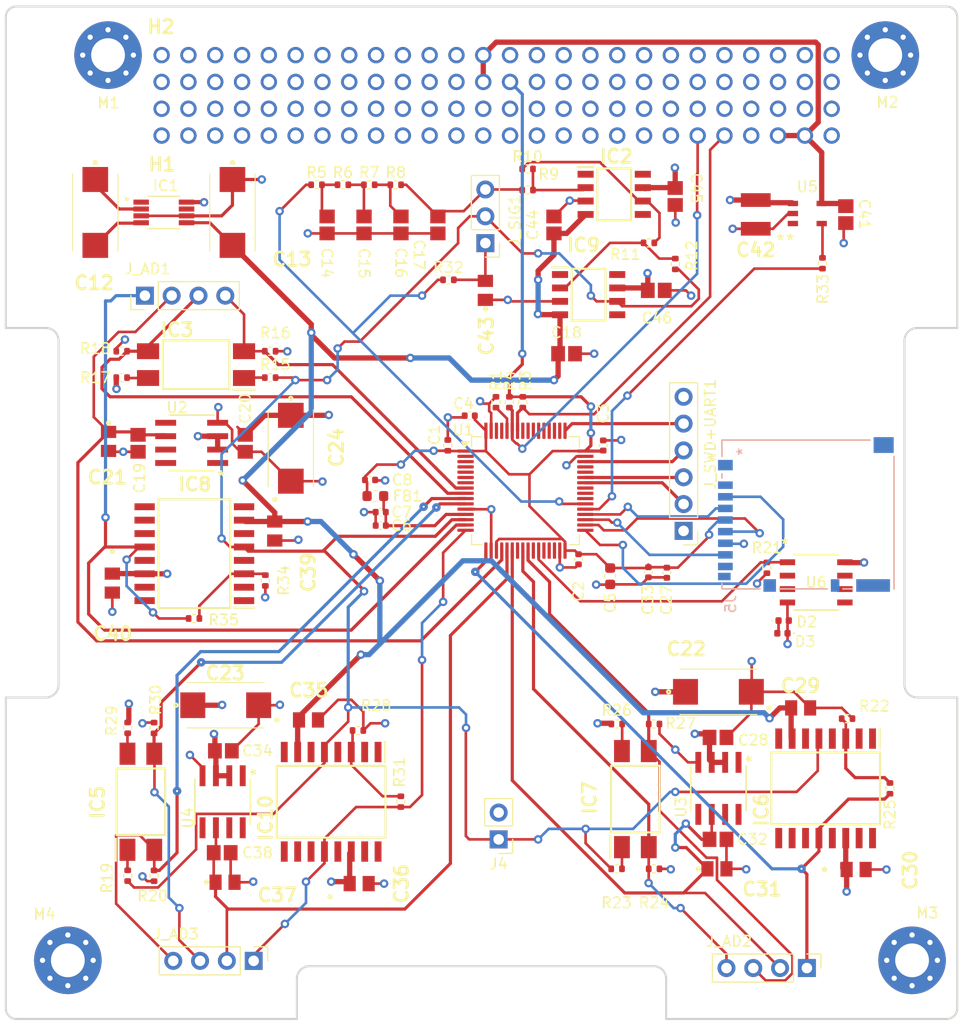
<source format=kicad_pcb>
(kicad_pcb (version 20240108) (generator "pcbnew") (generator_version "8.0")
  (layers (0 "F.Cu" signal "[1] F.Cu.SGN.PWR") (1 "In1.Cu" power "[2] GND.Cu") (2 "In2.Cu" power "[3] PWR.Cu") (31 "B.Cu" signal "[4] B.Cu.SGN.PWR") (34 "B.Paste" user) (35 "F.Paste" user) (36 "B.SilkS" user "B.Silkscreen") (37 "F.SilkS" user "F.Silkscreen") (38 "B.Mask" user) (39 "F.Mask" user) (44 "Edge.Cuts" user))
  (net 0 "")
  (net 1 "Net-(U1-VDDA)")
  (net 2 "/NRST")
  (net 3 "/HSE_OSC_OUT")
  (net 4 "/HSE_OSC_IN")
  (net 5 "+5V_EXT")
  (net 6 "/SPI2_CS_NSS")
  (net 7 "/SPI2_MOSI")
  (net 8 "/SPI2_SCK")
  (net 9 "/SPI2_MISO")
  (net 10 "ADC1_IN11_OPTO_E_NOSHD")
  (net 12 "/USART1_TX")
  (net 13 "/USART1_RX")
  (net 14 "/SWDIO")
  (net 15 "/SWCLK")
  (net 16 "/BOOT0")
  (net 17 "OBC_I2C_SCL")
  (net 18 "OBC_I2C_SDA")
  (net 22 "-5V Output")
  (net 47 "Net-(C12-+)")
  (net 48 "Net-(C12--)")
  (net 49 "+5V")
  (net 52 "ADC1_IN4_VREF_NOSHD")
  (net 53 "Net-(IC5-AK)")
  (net 54 "Net-(IC5-C)")
  (net 55 "Net-(IC3-AK)")
  (net 89 "ADC1_IN10_OPTO_F_NOSHD")
  (net 90 "Net-(IC3-C)")
  (net 91 "ADC1_IN12_OPTO_F_MEL")
  (net 92 "ADC1_IN13_OPTO_E_MEL")
  (net 93 "ADC1_IN0_SINE")
  (net 95 "ADC1_IN2_OPAMP_MEL")
  (net 96 "ADC1_IN3_OPAMP_AL")
  (net 98 "ADC1_IN5_VREF_MEL")
  (net 99 "ADC1_IN6_VREF_AL")
  (net 100 "ADC1_IN7_VREG_NOSHD")
  (net 101 "ADC1_IN14_OPTO_F_AL")
  (net 102 "Net-(IC6--IN)")
  (net 103 "ADC1_IN8_VREG_MEL")
  (net 104 "ADC1_IN9_VREG_AL")
  (net 105 "3.3V Output")
  (net 115 "Net-(IC7-AK)")
  (net 116 "ADC1_IN15_OPTO_E_AL")
  (net 117 "Net-(IC7-C)")
  (net 120 "Net-(IC8--IN)")
  (net 127 "ADC1_IN1_OPAMP_NOSHD")
  (net 133 "Net-(IC10--IN)")
  (net 151 "Net-(U5-EN{slash}*EN)")
  (net 152 "MOSFET_CONTROL")
  (net 204 "SIG_SQUARE")
  (net 221 "DIODE_NET")
  (net 222 "GND")
  (net 223 "Net-(C14-Pad1)")
  (net 224 "Net-(C15-Pad1)")
  (net 225 "Net-(C16-Pad1)")
  (net 226 "RC_OUTPUT")
  (net 227 "Net-(J_SIG1-Pin_1)")
  (net 230 "INVERT_SINE")
  (net 231 "Net-(IC2-INVERTING_INPUT)")
  (net 233 "Net-(IC9-INVERTING_INPUT)")
  (footprint "Resistor_SMD:R_0402_1005Metric" (layer "F.Cu") (at 110.386 109.574)
    (property "Reference" "R35")
    (property "Value" "1k")
  )
  (footprint "Resistor_SMD:R_0402_1005Metric" (layer "F.Cu") (at 153.99 119.568 180)
    (property "Reference" "R27")
    (property "Value" "100")
  )
  (footprint "capstone:CAPC220145_88N_KEM-0.1u" (layer "F.Cu") (at 145.697201 84.5)
    (property "Reference" "C18")
    (property "Value" "0.1u")
  )
  (footprint "capstone:LM35DM" (layer "F.Cu") (at 169.351348 106.155)
    (property "Reference" "U6")
    (property "Value" "LM35DM")
  )
  (footprint "Resistor_SMD:R_0402_1005Metric" (layer "F.Cu") (at 117.146 105.981 90)
    (property "Reference" "R34")
    (property "Value" "100k")
  )
  (footprint "Inductor_SMD:L_0603_1608Metric" (layer "F.Cu") (at 127.576 97.978 180)
    (property "Reference" "FB1")
    (property "Value" "FerriteBead")
  )
  (footprint "capstone:SOIC127P600X175-8N" (layer "F.Cu") (at 147.788 78.905)
    (property "Reference" "IC9")
    (property "Value" "TL081IDT" (hide yes))
  )
  (footprint "capstone:SOP254P1016X385-4N-FOD" (layer "F.Cu") (at 105.351 126.934 90)
    (property "Reference" "IC5")
    (property "Value" "FOD814_OPTO_MEL" (hide yes))
  )
  (footprint "capstone:CAPC220145_88N_KEM-0.1u" (layer "F.Cu") (at 113.171201 122.108)
    (property "Reference" "C34")
    (property "Value" "0.1u")
  )
  (footprint "Resistor_SMD:R_0402_1005Metric" (layer "F.Cu") (at 153.99 133.284)
    (property "Reference" "R24")
    (property "Value" "47")
  )
  (footprint "capstone:CAPC220145_88N_KEM-0.1u" (layer "F.Cu") (at 126.5 72.302799 -90)
    (property "Reference" "C15")
    (property "Value" "0.1u")
  )
  (footprint "Resistor_SMD:R_0402_1005Metric" (layer "F.Cu") (at 142 67)
    (property "Reference" "R10")
    (property "Value" "15K")
  )
  (footprint "Connector_PinHeader_2.54mm:PinHeader_1x02_P2.54mm_Vertical" (layer "F.Cu") (at 139.26 130.495 180)
    (property "Reference" "J4")
    (property "Value" "Conn_01x02")
  )
  (footprint "Resistor_SMD:R_0402_1005Metric" (layer "F.Cu") (at 153.5 74)
    (property "Reference" "R11")
    (property "Value" "10K")
  )
  (footprint "capstone:T495D" (layer "F.Cu") (at 119.562 93.451402 -90)
    (property "Reference" "C24")
    (property "Value" "10u" (hide yes))
  )
  (footprint "capstone:CAPC220145_88N_KEM-0.1u" (layer "F.Cu") (at 113.057201 131.76)
    (property "Reference" "C38")
    (property "Value" "0.1u")
  )
  (footprint "capstone:C0805-0.22u" (layer "F.Cu") (at 118.038 101.291 -90)
    (property "Reference" "C39")
    (property "Value" "0.22u" (hide yes))
  )
  (footprint "Resistor_SMD:R_0402_1005Metric" (layer "F.Cu") (at 117.608 86.762)
    (property "Reference" "R15")
    (property "Value" "820")
  )
  (footprint "Resistor_SMD:R_0402_1005Metric" (layer "F.Cu") (at 129.989 126.924 90)
    (property "Reference" "R31")
    (property "Value" "1k")
  )
  (footprint "capstone:C0805-1u" (layer "F.Cu") (at 102.29 92.805402 -90)
    (property "Reference" "C21")
    (property "Value" "1u" (hide yes))
  )
  (footprint "Resistor_SMD:R_0402_1005Metric" (layer "F.Cu") (at 172.282 119.06 180)
    (property "Reference" "R22")
    (property "Value" "100k")
  )
  (footprint "Resistor_SMD:R_0402_1005Metric" (layer "F.Cu") (at 164.681348 104.775 -90)
    (property "Reference" "R21")
    (property "Value" "18K")
  )
  (footprint "capstone:CAPC220145_88N_KEM-0.1u" (layer "F.Cu") (at 160.047201 130.49)
    (property "Reference" "C32")
    (property "Value" "0.1u")
  )
  (footprint "capstone:C0805-0.22u" (layer "F.Cu") (at 102.646 106.224 -90)
    (property "Reference" "C40")
    (property "Value" "0.22u" (hide yes))
  )
  (footprint "Resistor_SMD:R_0402_1005Metric" (layer "F.Cu") (at 103.53 86.762 180)
    (property "Reference" "R17")
    (property "Value" "100")
  )
  (footprint "capstone:R_8_ADI-REF" (layer "F.Cu") (at 160.088 125.664 -90)
    (property "Reference" "U3")
    (property "Value" "REF192_AL")
  )
  (footprint "Connector_PinHeader_2.54mm:PinHeader_1x04_P2.54mm_Vertical" (layer "F.Cu") (at 116.04 142 -90)
    (property "Reference" "J_AD3")
    (property "Value" "Conn_01x04")
  )
  (footprint "Resistor_SMD:R_0402_1005Metric" (layer "F.Cu") (at 134.44 93.18 90)
    (property "Reference" "C1")
    (property "Value" "100n")
  )
  (footprint "Connector_PinHeader_2.54mm:PinHeader_1x03_P2.54mm_Vertical" (layer "F.Cu") (at 138 74.025 180)
    (property "Reference" "J_SIG1")
    (property "Value" "Conn_01x03")
  )
  (footprint "Resistor_SMD:R_0402_1005Metric" (layer "F.Cu") (at 150.438 133.284 180)
    (property "Reference" "R23")
    (property "Value" "820")
  )
  (footprint "capstone:C0805" (layer "F.Cu") (at 138 78.5 90)
    (property "Reference" "C43")
    (property "Value" "0.01u" (hide yes))
  )
  (footprint "Resistor_SMD:R_0402_1005Metric" (layer "F.Cu") (at 125.923 120.184 180)
    (property "Reference" "R28")
    (property "Value" "100k")
  )
  (footprint "Capacitor_SMD:C_0402_1005Metric" (layer "F.Cu") (at 149.17 93.19 90)
    (property "Reference" "C3")
    (property "Value" "100n")
  )
  (footprint "Resistor_SMD:R_0402_1005Metric" (layer "F.Cu") (at 134.5 77.5)
    (property "Reference" "R32")
    (property "Value" "56k")
  )
  (footprint "Capacitor_SMD:C_0402_1005Metric" (layer "F.Cu") (at 127.068 96.454)
    (property "Reference" "C8")
    (property "Value" "1u")
  )
  (footprint "Package_QFP:LQFP-64_10x10mm_P0.5mm" (layer "F.Cu") (at 141.8 97.47)
    (property "Reference" "U1")
    (property "Value" "STM32F103RBTx")
  )
  (footprint "Capacitor_SMD:C_0402_1005Metric" (layer "F.Cu") (at 128.084 99.502 180)
    (property "Reference" "C7")
    (property "Value" "1u")
  )
  (footprint "capstone:T495D" (layer "F.Cu") (at 101.03 71.12 -90)
    (property "Reference" "C12")
    (property "Value" "10u" (hide yes))
  )
  (footprint "capstone:R_8_ADI-REF" (layer "F.Cu") (at 110.164 92.943402 180)
    (property "Reference" "U2")
    (property "Value" "REF192_NOSHD")
  )
  (footprint "Resistor_SMD:R_0402_1005Metric" (layer "F.Cu") (at 127 68.5)
    (property "Reference" "R7")
    (property "Value" "100K")
  )
  (footprint "Resistor_SMD:R_0402_1005Metric" (layer "F.Cu") (at 139.006 89.09 90)
    (property "Reference" "R1")
    (property "Value" "2.2k")
  )
  (footprint "Resistor_SMD:R_0402_1005Metric" (layer "F.Cu") (at 106.601 119.944 -90)
    (property "Reference" "R30")
    (property "Value" "100")
  )
  (footprint "Resistor_SMD:R_0402_1005Metric" (layer "F.Cu") (at 150.454 119.568 180)
    (property "Reference" "R26")
    (property "Value" "100")
  )
  (footprint "Resistor_SMD:R_0402_1005Metric" (layer "F.Cu") (at 156 76 90)
    (property "Reference" "R12")
    (property "Value" "10K")
  )
  (footprint "Capacitor_SMD:C_0402_1005Metric" (layer "F.Cu") (at 155.2 105.24 -90)
    (property "Reference" "C27")
    (property "Value" "100n")
  )
  (footprint "MountingHole:MountingHole_3.2mm_M3_Pad_Via" (layer "F.Cu") (at 178.44 141.95)
    (property "Reference" "M3")
    (property "Value" "MountingHole_Pad" (hide yes))
  )
  (footprint "capstone:T495D" (layer "F.Cu") (at 114.03 71.12 -90)
    (property "Reference" "C13")
    (property "Value" "10u" (hide yes))
  )
  (footprint "MountingHole:MountingHole_3.2mm_M3_Pad_Via" (layer "F.Cu") (at 98.43 141.95)
    (property "Reference" "M4")
    (property "Value" "MountingHole_Pad" (hide yes))
  )
  (footprint "Resistor_SMD:R_0402_1005Metric" (layer "F.Cu") (at 129.5 68.5)
    (property "Reference" "R8")
    (property "Value" "100K")
  )
  (footprint "capstone:SOP65P490X110-8N-actual" (layer "F.Cu") (at 107.53 71.12)
    (property "Reference" "IC1")
    (property "Value" "TL7660IDGKR")
  )
  (footprint "capstone:CAPC3225X280N_150U" (layer "F.Cu") (at 163.62525 71.306001 -90)
    (property "Reference" "C42")
    (property "Value" "150u" (hide yes))
  )
  (footprint "MountingHole:MountingHole_3.2mm_M3_Pad_Via" (layer "F.Cu") (at 102.24 56.22)
    (property "Reference" "M1")
    (property "Value" "MountingHole_Pad" (hide yes))
  )
  (footprint "capstone:CAPC220145_88N_KEM-0.1u" (layer "F.Cu") (at 160.047201 120.838)
    (property "Reference" "C28")
    (property "Value" "0.1u")
  )
  (footprint "capstone:SOIC127P1032X265-16N-AD844" (layer "F.Cu") (at 123.385 126.934 -90)
    (property "Reference" "IC10")
    (property "Value" "AD844_OPAMP_MEL" (hide yes))
  )
  (footprint "Resistor_SMD:R_0402_1005Metric" (layer "F.Cu") (at 106.601 133.944 -90)
    (property "Reference" "R20")
    (property "Value" "47")
  )
  (footprint "Resistor_SMD:R_0402_1005Metric" (layer "F.Cu") (at 124.5 68.5)
    (property "Reference" "R6")
    (property "Value" "100K")
  )
  (footprint "capstone:CAPC220145_88N_KEM-0.1u" (layer "F.Cu") (at 123 72.302799 -90)
    (property "Reference" "C14")
    (property "Value" "0.1u")
  )
  (footprint "capstone:SOIC127P1032X265-16N-AD844" (layer "F.Cu") (at 110.418 103.439 180)
    (property "Reference" "IC8")
    (property "Value" "AD844_OPAMP_NOSHD" (hide yes))
  )
  (footprint "Resistor_SMD:R_0402_1005Metric" (layer "F.Cu") (at 141.546 89.09 -90)
    (property "Reference" "R3")
    (property "Value" "2.2k")
  )
  (footprint "Capacitor_SMD:C_0402_1005Metric" (layer "F.Cu") (at 146.83 103.97 -90)
    (property "Reference" "C2")
    (property "Value" "100n")
  )
  (footprint "capstone:T495D" (layer "F.Cu") (at 113.394 117.79)
    (property "Reference" "C23")
    (property "Value" "10u" (hide yes))
  )
  (footprint "Diode_SMD:D_0402_1005Metric" (layer "F.Cu") (at 166.153848 110.975 180)
    (property "Reference" "D3")
    (property "Value" "1N914")
  )
  (footprint "capstone:CAPC220145_88N_KEM-0.1u" (layer "F.Cu") (at 172.16125 71.326798 -90)
    (property "Reference" "C41")
    (property "Value" "0.1u")
  )
  (footprint "Resistor_SMD:R_0402_1005Metric" (layer "F.Cu") (at 104.101 133.934 -90)
    (property "Reference" "R19")
    (property "Value" "820")
  )
  (footprint "Resistor_SMD:R_0402_1005Metric" (layer "F.Cu") (at 117.608 84.262)
    (property "Reference" "R16")
    (property "Value" "47")
  )
  (footprint "Resistor_SMD:R_0402_1005Metric" (layer "F.Cu") (at 176.344 125.664 90)
    (property "Reference" "R25")
    (property "Value" "1k")
  )
  (footprint "capstone:CAPC220145_88N_KEM-0.1u" (layer "F.Cu") (at 130 72.302799 -90)
    (property "Reference" "C16")
    (property "Value" "0.1u")
  )
  (footprint "Resistor_SMD:R_0402_1005Metric" (layer "F.Cu") (at 169.95 75.93 90)
    (property "Reference" "R33")
    (property "Value" "200")
  )
  (footprint "capstone:R_8_ADI-REF" (layer "F.Cu") (at 113.098 126.934 -90)
    (property "Reference" "U4")
    (property "Value" "REF192_MEL")
  )
  (footprint "capstone:SOP254P1016X385-4N-FOD" (layer "F.Cu") (at 110.58 85.532 180)
    (property "Reference" "IC3")
    (property "Value" "FOD814_OPTO_NOSHD" (hide yes))
  )
  (footprint "capstone:CAPC220145_88N_KEM-0.1u" (layer "F.Cu") (at 155.99 69.61 -90)
    (property "Reference" "C45")
    (property "Value" "0.1u")
  )
  (footprint "Resistor_SMD:R_0402_1005Metric" (layer "F.Cu") (at 104.101 119.934 90)
    (property "Reference" "R29")
    (property "Value" "100")
  )
  (footprint "capstone:CAPC220145_88N_KEM-0.1u" (layer "F.Cu") (at 133.5 72.302799 -90)
    (property "Reference" "C17")
    (property "Value" "0.1u")
  )
  (footprint "Connector_PinHeader_2.54mm:PinHeader_1x04_P2.54mm_Vertical" (layer "F.Cu") (at 168.47 142.682 -90)
    (property "Reference" "J_AD2")
    (property "Value" "Conn_01x04")
  )
  (footprint "capstone:SOIC127P1032X265-16N-AD844" (layer "F.Cu") (at 170.248 125.664 -90)
    (property "Reference" "IC6")
    (property "Value" "AD844_OPAMP_AL" (hide yes))
  )
  (footprint "capstone:T495D" (layer "F.Cu") (at 160.088 116.52)
    (property "Reference" "C22")
    (property "Value" "10u" (hide yes))
  )
  (footprint "Connector_PinHeader_2.54mm:PinHeader_1x04_P2.54mm_Vertical" (layer "F.Cu") (at 105.732 79 90)
    (property "Reference" "J_AD1")
    (property "Value" "Conn_01x04")
  )
  (footprint "capstone:DBV5_TEX_MF" (layer "F.Cu") (at 168.51 71.22)
    (property "Reference" "U5")
    (property "Value" "TPS2069CDBVR_MOSFET")
  )
  (footprint "Connector_PinHeader_2.54mm:PinHeader_1x06_P2.54mm_Vertical" (layer "F.Cu") (at 156.786 101.28 180)
    (property "Reference" "J_SWD+UART1")
    (property "Value" "Conn_01x06")
  )
  (footprint "capstone:SOP254P1016X385-4N-FOD" (layer "F.Cu") (at 152.214 126.68 90)
    (property "Reference" "IC7")
    (property "Value" "FOD814_OPTO_AL" (hide yes))
  )
  (footprint "MountingHole:MountingHole_3.2mm_M3_Pad_Via" (layer "F.Cu") (at 175.9 56.22)
    (property "Reference" "M2")
    (property "Value" "MountingHole_Pad" (hide yes))
  )
  (footprint "capstone:C0805-0.22u" (layer "F.Cu") (at 167.879 118.044)
    (property "Reference" "C29")
    (property "Value" "0.22u" (hide yes))
  )
  (footprint "capstone:CAPC220145_88N_KEM-0.1u" (layer "F.Cu") (at 154.197201 78.5)
    (property "Reference" "C46")
    (property "Value" "0.1u")
  )
  (footprint "Capacitor_SMD:C_0402_1005Metric" (layer "F.Cu") (at 128.084 100.772 180)
    (property "Reference" "C6")
    (property "Value" "100n")
  )
  (footprint "Capacitor_SMD:C_0603_1608Metric" (layer "F.Cu") (at 149.83 105.57 -90)
    (property "Reference" "C5")
    (property "Value" "10u")
  )
  (footprint "capstone:CAPC220145_88N_KEM-0.1u" (layer "F.Cu") (at 115.244 92.984201 -90)
    (property "Reference" "C20")
    (property "Value" "0.1u")
  )
  (footprint "capstone:C0805-1u" (layer "F.Cu") (at 159.95 133.284)
    (property "Reference" "C31")
    (property "Value" "1u" (hide yes))
  )
  (footprint "capstone:CAPC220145_88N_KEM-0.1u" (layer "F.Cu") (at 105.084 92.984201 -90)
    (property "Reference" "C19")
    (property "Value" "0.1u")
  )
  (footprint "capstone:C0805-0.22u" (layer "F.Cu") (at 121.237 119.184)
    (property "Reference" "C35")
    (property "Value" "0.22u" (hide yes))
  )
  (footprint "Capacitor_SMD:C_0402_1005Metric" (layer "F.Cu") (at 136.52 90.37 180)
    (property "Reference" "C4")
    (property "Value" "100n")
  )
  (footprint "Resistor_SMD:R_0402_1005Metric" (layer "F.Cu") (at 142 69)
    (property "Reference" "R9")
    (property "Value" "10K")
  )
  (footprint "capstone:SOIC127P600X175-8N" (layer "F.Cu") (at 150.212 69.405)
    (property "Reference" "IC2")
    (property "Value" "TL081IDT" (hide yes))
  )
  (footprint "capstone:C0805-0.22u" (layer "F.Cu") (at 126.041 134.684)
    (property "Reference" "C36")
    (property "Value" "0.22u" (hide yes))
  )
  (footprint "Resistor_SMD:R_0402_1005Metric" (layer "F.Cu") (at 140.276 89.09 -90)
    (property "Reference" "R4")
    (property "Value" "2.2k")
  )
  (footprint "Capacitor_SMD:C_0402_1005Metric" (layer "F.Cu") (at 153.45 105.2 -90)
    (property "Reference" "C33")
    (property "Value" "1u")
  )
  (footprint "capstone:CAPC220145_88N_KEM-0.1u" (layer "F.Cu") (at 144.5 72.302799 90)
    (property "Reference" "C44")
    (property "Value" "0.1u")
  )
  (footprint "Diode_SMD:D_0402_1005Metric" (layer "F.Cu") (at 166.271348 109.775)
    (property "Reference" "D2")
    (property "Value" "1N914" (hide yes))
  )
  (footprint "capstone:C0805-0.22u" (layer "F.Cu") (at 173.14 133.35)
    (property "Reference" "C30")
    (property "Value" "0.22u" (hide yes))
  )
  (footprint "capstone:C0805-1u" (layer "F.Cu") (at 113.328 134.554)
    (property "Reference" "C37")
    (property "Value" "1u" (hide yes))
  )
  (footprint "Resistor_SMD:R_0402_1005Metric" (layer "F.Cu") (at 122 68.5)
    (property "Reference" "R5")
    (property "Value" "100K")
  )
  (footprint "Resistor_SMD:R_0402_1005Metric" (layer "F.Cu") (at 103.53 84.262)
    (property "Reference" "R18")
    (property "Value" "100")
  )
  (footprint "capstone:ESQ-126-Y-X-D" (layer "B.Cu") (at 107.32 63.84 180)
    (property "Reference" "H1")
    (property "Value" "ESQ-126-39-L-D" (hide yes))
  )
  (footprint "capstone:ESQ-126-Y-X-D" (layer "B.Cu") (at 107.32 58.76 180)
    (property "Reference" "H2")
    (property "Value" "ESQ-126-39-L-D" (hide yes))
  )
  (footprint "capstone:DM3BT_DSF_PEJS" (layer "B.Cu") (at 168.573599 99.725001 -90)
    (property "Reference" "J5")
    (property "Value" "DM3BT-DSF-PEJS")
  )
  (gr_line (start 182.72 117.06) (end 182.72 146.505) (stroke (width 0.2)) (layer "Edge.Cuts"))
  (gr_line (start 96.35 117.06) (end 92.55 117.06) (stroke (width 0.2)) (layer "Edge.Cuts"))
  (gr_arc (start 93.55 147.505) (mid 92.842893 147.212107) (end 92.55 146.505) (stroke (width 0.2)) (layer "Edge.Cuts"))
  (gr_line (start 92.55 82.06) (end 92.55 52.615) (stroke (width 0.2)) (layer "Edge.Cuts"))
  (gr_arc (start 97.55 115.86) (mid 97.19517 116.70517) (end 96.35 117.06) (stroke (width 0.2)) (layer "Edge.Cuts"))
  (gr_line (start 148.94 51.615) (end 128.62 51.615) (stroke (width 0.2)) (layer "Edge.Cuts"))
  (gr_line (start 178.92 117.06) (end 182.72 117.06) (stroke (width 0.2)) (layer "Edge.Cuts"))
  (gr_line (start 120.135 147.505) (end 93.55 147.505) (stroke (width 0.2)) (layer "Edge.Cuts"))
  (gr_arc (start 178.92 117.06) (mid 178.071896 116.704574) (end 177.72 115.855) (stroke (width 0.2)) (layer "Edge.Cuts"))
  (gr_line (start 93.55 51.615) (end 128.62 51.615) (stroke (width 0.2)) (layer "Edge.Cuts"))
  (gr_arc (start 182.72 146.505) (mid 182.427107 147.212107) (end 181.72 147.505) (stroke (width 0.2)) (layer "Edge.Cuts"))
  (gr_line (start 182.72 52.615) (end 182.72 82.06) (stroke (width 0.2)) (layer "Edge.Cuts"))
  (gr_line (start 177.72 83.255) (end 177.72 115.855) (stroke (width 0.2)) (layer "Edge.Cuts"))
  (gr_arc (start 181.72 51.615) (mid 182.427107 51.907893) (end 182.72 52.615) (stroke (width 0.2)) (layer "Edge.Cuts"))
  (gr_line (start 182.72 82.06) (end 178.92 82.06) (stroke (width 0.2)) (layer "Edge.Cuts"))
  (gr_arc (start 153.94 142.505) (mid 154.786028 142.857507) (end 155.135 143.705) (stroke (width 0.2)) (layer "Edge.Cuts"))
  (gr_arc (start 120.135 143.705) (mid 120.488972 142.855436) (end 121.34 142.505) (stroke (width 0.2)) (layer "Edge.Cuts"))
  (gr_line (start 97.55 115.86) (end 97.55 83.26) (stroke (width 0.2)) (layer "Edge.Cuts"))
  (gr_line (start 155.135 147.505) (end 155.135 143.705) (stroke (width 0.2)) (layer "Edge.Cuts"))
  (gr_arc (start 177.72 83.255) (mid 178.072507 82.408972) (end 178.92 82.06) (stroke (width 0.2)) (layer "Edge.Cuts"))
  (gr_line (start 120.135 143.705) (end 120.135 147.505) (stroke (width 0.2)) (layer "Edge.Cuts"))
  (gr_line (start 181.72 147.505) (end 155.135 147.505) (stroke (width 0.2)) (layer "Edge.Cuts"))
  (gr_line (start 92.55 82.06) (end 96.35 82.06) (stroke (width 0.2)) (layer "Edge.Cuts"))
  (gr_line (start 92.55 146.505) (end 92.55 117.06) (stroke (width 0.2)) (layer "Edge.Cuts"))
  (gr_arc (start 96.35 82.06) (mid 97.199291 82.410709) (end 97.55 83.26) (stroke (width 0.2)) (layer "Edge.Cuts"))
  (gr_line (start 153.94 142.505) (end 121.34 142.505) (stroke (width 0.2)) (layer "Edge.Cuts"))
  (gr_arc (start 92.55 52.615) (mid 92.842893 51.907893) (end 93.55 51.615) (stroke (width 0.2)) (layer "Edge.Cuts"))
  (gr_line (start 148.94 51.615) (end 181.72 51.615) (stroke (width 0.2)) (layer "Edge.Cuts"))
  (segment (start 136.125 99.72) (end 134.28 99.72) (width 0.3) (layer "F.Cu") (net 1))
  (segment (start 133.21 100.79) (end 128.582 100.79) (width 0.3) (layer "F.Cu") (net 1))
  (segment (start 128.3635 97.978) (end 128.3635 99.3015) (width 0.25) (layer "F.Cu") (net 1))
  (segment (start 134.28 99.72) (end 133.21 100.79) (width 0.3) (layer "F.Cu") (net 1))
  (segment (start 128.582 100.79) (end 128.564 100.772) (width 0.3) (layer "F.Cu") (net 1))
  (segment (start 128.3635 99.3015) (end 128.564 99.502) (width 0.25) (layer "F.Cu") (net 1))
  (segment (start 128.564 99.502) (end 128.564 100.772) (width 0.25) (layer "F.Cu") (net 1))
  (segment (start 168.28 63.84) (end 165.74 63.84) (width 0.5) (layer "F.Cu") (net 5))
  (segment (start 169.87525 65.43525) (end 169.87525 70.269999) (width 0.5) (layer "F.Cu") (net 5))
  (segment (start 165.74 63.84) (end 166 64.1) (width 0.5) (layer "F.Cu") (net 5))
  (segment (start 169.87525 70.269999) (end 171.90725 70.269999) (width 0.5) (layer "F.Cu") (net 5))
  (segment (start 137.8 56.22) (end 137.8 58.76) (width 0.5) (layer "F.Cu") (net 5))
  (segment (start 168.28 63.84) (end 169.87525 65.43525) (width 0.5) (layer "F.Cu") (net 5))
  (segment (start 171.90725 70.269999) (end 172.16125 70.523999) (width 0.3) (layer "F.Cu") (net 5))
  (segment (start 171.88125 70.243999) (end 171.90725 70.269999) (width 0.5) (layer "F.Cu") (net 5))
  (segment (start 169.55 55.24) (end 169.55 62.57) (width 0.5) (layer "F.Cu") (net 5))
  (segment (start 169.305 54.995) (end 169.55 55.24) (width 0.5) (layer "F.Cu") (net 5))
  (segment (start 169.55 62.57) (end 168.28 63.84) (width 0.5) (layer "F.Cu") (net 5))
  (segment (start 137.8 56.22) (end 139.025 54.995) (width 0.5) (layer "F.Cu") (net 5))
  (segment (start 139.025 54.995) (end 169.305 54.995) (width 0.5) (layer "F.Cu") (net 5))
  (segment (start 151.03 102.61) (end 148.865 102.61) (width 0.25) (layer "F.Cu") (net 6))
  (segment (start 148.865 102.61) (end 147.475 101.22) (width 0.25) (layer "F.Cu") (net 6))
  (via (at 151.03 102.61) (size 0.8) (drill 0.4) (layers "F.Cu" "B.Cu") (net 6))
  (segment (start 151.03 102.61) (end 151.03 104.775) (width 0.25) (layer "B.Cu") (net 6))
  (segment (start 152.535601 106.280601) (end 162.719399 106.280601) (width 0.25) (layer "B.Cu") (net 6))
  (segment (start 166.225 100.199695) (end 164.075306 98.050001) (width 0.25) (layer "B.Cu") (net 6))
  (segment (start 164.075306 98.050001) (end 160.747199 98.050001) (width 0.25) (layer "B.Cu") (net 6))
  (segment (start 151.03 104.775) (end 152.535601 106.280601) (width 0.25) (layer "B.Cu") (net 6))
  (segment (start 162.719399 106.280601) (end 166.225 102.775) (width 0.25) (layer "B.Cu") (net 6))
  (segment (start 166.225 102.775) (end 166.225 100.199695) (width 0.25) (layer "B.Cu") (net 6))
  (segment (start 147.475 99.72) (end 150.78 99.72) (width 0.25) (layer "F.Cu") (net 7))
  (segment (start 150.78 99.72) (end 151.5 99) (width 0.25) (layer "F.Cu") (net 7))
  (via (at 151.5 99) (size 0.8) (drill 0.4) (layers "F.Cu" "B.Cu") (net 7))
  (segment (start 159.849999 99.150001) (end 160.747199 99.150001) (width 0.25) (layer "B.Cu") (net 7))
  (segment (start 152.415 99.915) (end 159.085 99.915) (width 0.25) (layer "B.Cu") (net 7))
  (segment (start 151.5 99) (end 152.415 99.915) (width 0.25) (layer "B.Cu") (net 7))
  (segment (start 159.085 99.915) (end 159.849999 99.150001) (width 0.25) (layer "B.Cu") (net 7))
  (segment (start 151.275 101.225) (end 149.225 101.225) (width 0.25) (layer "F.Cu") (net 8))
  (segment (start 148.72 100.72) (end 147.475 100.72) (width 0.25) (layer "F.Cu") (net 8))
  (segment (start 164 101.5) (end 162.605 100.105) (width 0.25) (layer "F.Cu") (net 8))
  (segment (start 162.605 100.105) (end 152.395 100.105) (width 0.25) (layer "F.Cu") (net 8))
  (segment (start 152.395 100.105) (end 151.275 101.225) (width 0.25) (layer "F.Cu") (net 8))
  (segment (start 149.225 101.225) (end 148.72 100.72) (width 0.25) (layer "F.Cu") (net 8))
  (via (at 164 101.5) (size 0.8) (drill 0.4) (layers "F.Cu" "B.Cu") (net 8))
  (segment (start 160.747199 101.350002) (end 163.850002 101.350002) (width 0.25) (layer "B.Cu") (net 8))
  (segment (start 163.850002 101.350002) (end 164 101.5) (width 0.25) (layer "B.Cu") (net 8))
  (segment (start 150 100.5) (end 149.72 100.22) (width 0.25) (layer "F.Cu") (net 9))
  (segment (start 150.5 100.5) (end 150 100.5) (width 0.25) (layer "F.Cu") (net 9))
  (segment (start 149.72 100.22) (end 147.475 100.22) (width 0.25) (layer "F.Cu") (net 9))
  (via (at 150.5 100.5) (size 0.8) (drill 0.4) (layers "F.Cu" "B.Cu") (net 9))
  (segment (start 150.5 100.5) (end 153.55 103.55) (width 0.25) (layer "B.Cu") (net 9))
  (segment (start 153.55 103.55) (end 160.747199 103.55) (width 0.25) (layer "B.Cu") (net 9))
  (segment (start 125.29 88.58) (end 102.43 88.58) (width 0.3) (layer "F.Cu") (net 10))
  (segment (start 106.03 83.782) (end 110.812 79) (width 0.3) (layer "F.Cu") (net 10))
  (segment (start 104.04 84.262) (end 106.03 84.262) (width 0.3) (layer "F.Cu") (net 10))
  (segment (start 102.43 85.024) (end 103.278 85.024) (width 0.3) (layer "F.Cu") (net 10))
  (segment (start 101.668 87.818) (end 101.668 85.786) (width 0.3) (layer "F.Cu") (net 10))
  (segment (start 102.43 88.58) (end 101.668 87.818) (width 0.3) (layer "F.Cu") (net 10))
  (segment (start 103.278 85.024) (end 104.04 84.262) (width 0.3) (layer "F.Cu") (net 10))
  (segment (start 106.03 84.262) (end 106.03 83.782) (width 0.3) (layer "F.Cu") (net 10))
  (segment (start 101.668 85.786) (end 102.43 85.024) (width 0.3) (layer "F.Cu") (net 10))
  (segment (start 134.43 97.72) (end 125.29 88.58) (width 0.3) (layer "F.Cu") (net 10))
  (segment (start 136.125 97.72) (end 134.43 97.72) (width 0.3) (layer "F.Cu") (net 10))
  (segment (start 156.786 98.74) (end 154.766 96.72) (width 0.3) (layer "F.Cu") (net 12))
  (segment (start 154.766 96.72) (end 147.475 96.72) (width 0.3) (layer "F.Cu") (net 12))
  (segment (start 156.766 96.22) (end 147.475 96.22) (width 0.3) (layer "F.Cu") (net 13))
  (segment (start 156.786 96.2) (end 156.766 96.22) (width 0.3) (layer "F.Cu") (net 13))
  (segment (start 156.786 93.66) (end 155.726 94.72) (width 0.3) (layer "F.Cu") (net 14))
  (segment (start 155.726 94.72) (end 147.475 94.72) (width 0.3) (layer "F.Cu") (net 14))
  (segment (start 156.786 91.12) (end 146.225 91.12) (width 0.3) (layer "F.Cu") (net 15))
  (segment (start 146.225 91.12) (end 145.55 91.795) (width 0.3) (layer "F.Cu") (net 15))
  (segment (start 140.05 90.644) (end 140.05 91.795) (width 0.25) (layer "F.Cu") (net 16))
  (segment (start 139.006 89.6) (end 140.05 90.644) (width 0.25) (layer "F.Cu") (net 16))
  (segment (start 160.66 63.84) (end 159.3 65.2) (width 0.25) (layer "F.Cu") (net 17))
  (segment (start 148.725 89.800305) (end 148.300305 90.225) (width 0.25) (layer "F.Cu") (net 17))
  (segment (start 148.300305 90.225) (end 142.171 90.225) (width 0.25) (layer "F.Cu") (net 17))
  (segment (start 141.05 91.795) (end 141.05 90.096) (width 0.3) (layer "F.Cu") (net 17))
  (segment (start 141.05 90.096) (end 141.546 89.6) (width 0.3) (layer "F.Cu") (net 17))
  (segment (start 159.3 65.2) (end 159.3 79.09) (width 0.25) (layer "F.Cu") (net 17))
  (segment (start 142.171 90.225) (end 141.546 89.6) (width 0.25) (layer "F.Cu") (net 17))
  (segment (start 148.725 89.665) (end 148.725 89.800305) (width 0.25) (layer "F.Cu") (net 17))
  (segment (start 159.3 79.09) (end 148.725 89.665) (width 0.25) (layer "F.Cu") (net 17))
  (segment (start 158.12 67.41) (end 158.12 63.84) (width 0.25) (layer "F.Cu") (net 18))
  (segment (start 140.912236 93) (end 140.55 92.637764) (width 0.25) (layer "F.Cu") (net 18))
  (segment (start 140.55 92.637764) (end 140.55 91.795) (width 0.25) (layer "F.Cu") (net 18))
  (segment (start 141.005 93) (end 140.912236 93) (width 0.25) (layer "F.Cu") (net 18))
  (segment (start 158.07 71.38) (end 158.07 67.46) (width 0.25) (layer "F.Cu") (net 18))
  (segment (start 158.07 67.46) (end 158.12 67.41) (width 0.25) (layer "F.Cu") (net 18))
  (segment (start 140.55 89.874) (end 140.276 89.6) (width 0.3) (layer "F.Cu") (net 18))
  (segment (start 140.55 91.795) (end 140.55 89.874) (width 0.3) (layer "F.Cu") (net 18))
  (segment (start 141.5 93.495) (end 141.005 93) (width 0.25) (layer "F.Cu") (net 18))
  (via (at 141.5 93.495) (size 0.8) (drill 0.4) (layers "F.Cu" "B.Cu") (net 18))
  (via (at 158.07 71.38) (size 0.8) (drill 0.4) (layers "F.Cu" "B.Cu") (net 18))
  (segment (start 158.07 76.925) (end 141.5 93.495) (width 0.25) (layer "B.Cu") (net 18))
  (segment (start 158.07 71.38) (end 158.07 76.925) (width 0.25) (layer "B.Cu") (net 18))
  (segment (start 145.704402 73.105598) (end 147.5 71.31) (width 0.5) (layer "F.Cu") (net 22))
  (segment (start 143.04 80.8) (end 145.066 80.8) (width 0.5) (layer "F.Cu") (net 22))
  (segment (start 121.5 82.702082) (end 121.5 82.525305) (width 0.5) (layer "F.Cu") (net 22))
  (segment (start 144.5 73.105598) (end 144.5 75.15) (width 0.5) (layer "F.Cu") (net 22))
  (segment (start 125.5 103.5) (end 128 106) (width 0.5) (layer "F.Cu") (net 22))
  (segment (start 123.697918 84.9) (end 121.5 82.702082) (width 0.5) (layer "F.Cu") (net 22))
  (segment (start 145.076 80.81) (end 145.076 84.318402) (width 0.5) (layer "F.Cu") (net 22))
  (segment (start 144.5 75.15) (end 143 76.65) (width 0.5) (layer "F.Cu") (net 22))
  (segment (start 121.5 81.71) (end 114.03 74.24) (width 0.5) (layer "F.Cu") (net 22))
  (segment (start 118.038 99.538) (end 115 96.5) (width 0.5) (layer "F.Cu") (net 22))
  (segment (start 121.16 100.39) (end 118.039 100.39) (width 0.5) (layer "F.Cu") (net 22))
  (segment (start 118.038 100.391) (end 118.038 99.538) (width 0.5) (layer "F.Cu") (net 22))
  (segment (start 121.5 82.5) (end 121.5 81.71) (width 0.5) (layer "F.Cu") (net 22))
  (segment (start 118.039 100.39) (end 118.038 100.391) (width 0.25) (layer "F.Cu") (net 22))
  (segment (start 118.038 100.391) (end 115.257 100.391) (width 0.5) (layer "F.Cu") (net 22))
  (segment (start 121.5 82.525305) (end 121.5 82.5) (width 0.25) (layer "F.Cu") (net 22))
  (segment (start 142.98 80.74) (end 143.04 80.8) (width 0.25) (layer "F.Cu") (net 22))
  (segment (start 111.885 72.095) (end 114.03 74.24) (width 0.3) (layer "F.Cu") (net 22))
  (segment (start 115.257 100.391) (end 115.13 100.264) (width 0.25) (layer "F.Cu") (net 22))
  (segment (start 145.076 84.318402) (end 144.894402 84.5) (width 0.25) (layer "F.Cu") (net 22))
  (segment (start 143 76.65) (end 143 77.5) (width 0.5) (layer "F.Cu") (net 22))
  (segment (start 144.894402 84.5) (end 144.894402 86.605598) (width 0.5) (layer "F.Cu") (net 22))
  (segment (start 164.93 119.02) (end 165.906 118.044) (width 0.5) (layer "F.Cu") (net 22))
  (segment (start 126.2 113) (end 120.337 118.863) (width 0.5) (layer "F.Cu") (net 22))
  (segment (start 109.68 72.095) (end 111.885 72.095) (width 0.3) (layer "F.Cu") (net 22))
  (segment (start 166.979 118.044) (end 166.979 120.858) (width 0.5) (layer "F.Cu") (net 22))
  (segment (start 120.21 122.222) (end 120.21 119.311) (width 0.5) (layer "F.Cu") (net 22))
  (segment (start 165.906 118.044) (end 166.979 118.044) (width 0.5) (layer "F.Cu") (net 22))
  (segment (start 120.21 119.311) (end 120.337 119.184) (width 0.25) (layer "F.Cu") (net 22))
  (segment (start 144.894402 86.605598) (end 144.5 87) (width 0.5) (layer "F.Cu") (net 22))
  (segment (start 166.979 120.858) (end 167.073 120.952) (width 0.25) (layer "F.Cu") (net 22))
  (segment (start 145.066 80.8) (end 145.076 80.81) (width 0.25) (layer "F.Cu") (net 22))
  (segment (start 144.5 73.105598) (end 145.704402 73.105598) (width 0.5) (layer "F.Cu") (net 22))
  (segment (start 130.89 84.9) (end 123.697918 84.9) (width 0.5) (layer "F.Cu") (net 22))
  (segment (start 114.03 74.24) (end 114.03 75.25) (width 0.3) (layer "F.Cu") (net 22))
  (segment (start 120.337 118.863) (end 120.337 119.184) (width 0.5) (layer "F.Cu") (net 22))
  (via (at 164.93 119.02) (size 0.8) (drill 0.4) (layers "F.Cu" "B.Cu") (net 22))
  (via (at 121.16 100.39) (size 0.8) (drill 0.4) (layers "F.Cu" "B.Cu") (net 22))
  (via (at 144.5 87) (size 0.8) (drill 0.4) (layers "F.Cu" "B.Cu") (net 22))
  (via (at 115 96.5) (size 0.8) (drill 0.4) (layers "F.Cu" "B.Cu") (net 22))
  (via (at 125.5 103.5) (size 0.8) (drill 0.4) (layers "F.Cu" "B.Cu") (net 22))
  (via (at 142.98 80.74) (size 0.8) (drill 0.4) (layers "F.Cu" "B.Cu") (net 22))
  (via (at 121.5 82.5) (size 0.8) (drill 0.4) (layers "F.Cu" "B.Cu") (net 22))
  (via (at 126.2 113) (size 0.8) (drill 0.4) (layers "F.Cu" "B.Cu") (net 22))
  (via (at 130.89 84.9) (size 0.8) (drill 0.4) (layers "F.Cu" "B.Cu") (net 22))
  (via (at 128 106) (size 0.8) (drill 0.4) (layers "F.Cu" "B.Cu") (net 22))
  (via (at 143 77.5) (size 0.8) (drill 0.4) (layers "F.Cu" "B.Cu") (net 22))
  (segment (start 135.863695 104.111) (end 127.987347 111.987347) (width 0.5) (layer "B.Cu") (net 22))
  (segment (start 122.415305 100.39) (end 125.5 103.474695) (width 0.5) (layer "B.Cu") (net 22))
  (segment (start 164.93 119.02) (end 164.41 118.5) (width 0.5) (layer "B.Cu") (net 22))
  (segment (start 152.956695 118.5) (end 138.567695 104.111) (width 0.5) (layer "B.Cu") (net 22))
  (segment (start 126.2 113) (end 126.974694 113) (width 0.5) (layer "B.Cu") (net 22))
  (segment (start 128 111.974694) (end 127.987347 111.987347) (width 0.25) (layer "B.Cu") (net 22))
  (segment (start 143 80.72) (end 142.98 80.74) (width 0.25) (layer "B.Cu") (net 22))
  (segment (start 143 77.5) (end 143 80.72) (width 0.5) (layer "B.Cu") (net 22))
  (segment (start 164.41 118.5) (end 152.956695 118.5) (width 0.5) (layer "B.Cu") (net 22))
  (segment (start 138.567695 104.111) (end 135.863695 104.111) (width 0.5) (layer "B.Cu") (net 22))
  (segment (start 115 96.5) (end 121.5 90) (width 0.5) (layer "B.Cu") (net 22))
  (segment (start 115 96.5) (end 115 96.37) (width 0.25) (layer "B.Cu") (net 22))
  (segment (start 126.974694 113) (end 127.987347 111.987347) (width 0.5) (layer "B.Cu") (net 22))
  (segment (start 130.89 84.9) (end 134.57 84.9) (width 0.5) (layer "B.Cu") (net 22))
  (segment (start 128 106) (end 128 111.974694) (width 0.5) (layer "B.Cu") (net 22))
  (segment (start 121.5 90) (end 121.5 82.5) (width 0.5) (layer "B.Cu") (net 22))
  (segment (start 134.57 84.9) (end 136.67 87) (width 0.5) (layer "B.Cu") (net 22))
  (segment (start 136.67 87) (end 144.5 87) (width 0.5) (layer "B.Cu") (net 22))
  (segment (start 121.16 100.39) (end 122.415305 100.39) (width 0.5) (layer "B.Cu") (net 22))
  (segment (start 125.5 103.474695) (end 125.5 103.5) (width 0.25) (layer "B.Cu") (net 22))
  (segment (start 103.291 70.795) (end 101.03 68.534) (width 0.3) (layer "F.Cu") (net 47))
  (segment (start 101.03 68.534) (end 101.03 68) (width 0.3) (layer "F.Cu") (net 47))
  (segment (start 105.38 70.795) (end 103.291 70.795) (width 0.3) (layer "F.Cu") (net 47))
  (segment (start 105.339 72.136) (end 103.134 72.136) (width 0.3) (layer "F.Cu") (net 48))
  (segment (start 103.134 72.136) (end 101.03 74.24) (width 0.3) (layer "F.Cu") (net 48))
  (segment (start 105.38 72.095) (end 105.339 72.136) (width 0.3) (layer "F.Cu") (net 48))
  (segment (start 160.723 123.2002) (end 160.723 123.9114) (width 0.25) (layer "F.Cu") (net 49))
  (segment (start 113.733 124.4702) (end 112.463 124.4702) (width 0.5) (layer "F.Cu") (net 49))
  (segment (start 173.876348 104.29) (end 172.112696 104.29) (width 0.5) (layer "F.Cu") (net 49))
  (segment (start 173.891348 104.275) (end 173.876348 104.29) (width 0.5) (layer "F.Cu") (net 49))
  (segment (start 122.862804 90.3) (end 122.831402 90.331402) (width 0.25) (layer "F.Cu") (net 49))
  (segment (start 112.463 122.202598) (end 112.368402 122.108) (width 0.25) (layer "F.Cu") (net 49))
  (segment (start 112.368402 120.598402) (end 112.368402 122.108) (width 0.5) (layer "F.Cu") (net 49))
  (segment (start 123.16 90.3) (end 122.862804 90.3) (width 0.25) (layer "F.Cu") (net 49))
  (segment (start 114.5 91.437402) (end 115.244 92.181402) (width 0.25) (layer "F.Cu") (net 49))
  (segment (start 155.952799 68.77) (end 155.99 68.807201) (width 0.25) (layer "F.Cu") (net 49))
  (segment (start 172.153 130.376) (end 172.153 133.263) (width 0.5) (layer "F.Cu") (net 49))
  (segment (start 157.85 120.5) (end 158.906402 120.5) (width 0.5) (layer "F.Cu") (net 49))
  (segment (start 159.244402 120.838) (end 159.244402 122.991602) (width 0.5) (layer "F.Cu") (net 49))
  (segment (start 125.29 131.646) (end 125.29 132.2835) (width 0.25) (layer "F.Cu") (net 49))
  (segment (start 159.244402 122.991602) (end 159.453 123.2002) (width 0.25) (layer "F.Cu") (net 49))
  (segment (start 109.68 70.145) (end 111.325 70.145) (width 0.4) (layer "F.Cu") (net 49))
  (segment (start 163.879249 70.2) (end 167.074751 70.2) (width 0.5) (layer "F.Cu") (net 49))
  (segment (start 153.394402 76.894402) (end 153.394402 78.5) (width 0.5) (layer "F.Cu") (net 49))
  (segment (start 158.906402 120.5) (end 159.244402 120.838) (width 0.25) (layer "F.Cu") (net 49))
  (segment (start 125.141 131.795) (end 125.29 131.646) (width 0.25) (layer "F.Cu") (net 49))
  (segment (start 112.6278 93.578402) (end 111.9778 93.578402) (width 0.25) (layer "F.Cu") (net 49))
  (segment (start 110.76 92.308402) (end 112.6278 92.308402) (width 0.5) (layer "F.Cu") (net 49))
  (segment (start 113.02 117.79) (end 113.05 117.76) (width 0.25) (layer "F.Cu") (net 49))
  (segment (start 104.21 119.315) (end 104.101 119.424) (width 0.25) (layer "F.Cu") (net 49))
  (segment (start 154.1 116.52) (end 156.968 116.52) (width 0.5) (layer "F.Cu") (net 49))
  (segment (start 117.094 90.331402) (end 115.244 92.181402) (width 0.5) (layer "F.Cu") (net 49))
  (segment (start 171.75 133.284) (end 171.75 132.75) (width 0.25) (layer "F.Cu") (net 49))
  (segment (start 163.62525 69.946001) (end 163.879249 70.2) (width 0.3) (layer "F.Cu") (net 49))
  (segment (start 155.97 67.08) (end 156 67.11) (width 0.25) (layer "F.Cu") (net 49))
  (segment (start 148.63 119.5) (end 149.876 119.5) (width 0.5) (layer "F.Cu") (net 49))
  (segment (start 105.686 105.324) (end 105.706 105.344) (width 0.25) (layer "F.Cu") (net 49))
  (segment (start 172.24 133.35) (end 172.24 135.44) (width 0.5) (layer "F.Cu") (net 49))
  (segment (start 125.141 134.684) (end 125.141 131.795) (width 0.5) (layer "F.Cu") (net 49))
  (segment (start 111.325 70.145) (end 111.34 70.16) (width 0.25) (layer "F.Cu") (net 49))
  (segment (start 102.646 105.324) (end 105.686 105.324) (width 0.5) (layer "F.Cu") (net 49))
  (segment (start 161.19125 69.943999) (end 163.623248 69.943999) (width 0.5) (layer "F.Cu") (net 49))
  (segment (start 112.463 124.4702) (end 112.463 122.202598) (width 0.5) (layer "F.Cu") (net 49))
  (segment (start 104.21 117.65) (end 104.21 119.315) (width 0.5) (layer "F.Cu") (net 49))
  (segment (start 153.37 76.87) (end 153.394402 76.894402) (width 0.25) (layer "F.Cu") (net 49))
  (segment (start 103.04 87.83) (end 103.02 87.81) (width 0.25) (layer "F.Cu") (net 49))
  (segment (start 107.844 105.344) (end 105.706 105.344) (width 0.5) (layer "F.Cu") (net 49))
  (segment (start 155.99 66.917201) (end 155.99 68.807201) (width 0.5) (layer "F.Cu") (net 49))
  (segment (start 112.28 120.51) (end 112.368402 120.598402) (width 0.25) (layer "F.Cu") (net 49))
  (segment (start 163.623248 69.943999) (end 163.62525 69.946001) (width 0.25) (layer "F.Cu") (net 49))
  (segment (start 149.876 119.5) (end 149.944 119.568) (width 0.25) (layer "F.Cu") (net 49))
  (segment (start 152.924 68.77) (end 155.952799 68.77) (width 0.5) (layer "F.Cu") (net 49))
  (segment (start 153.164402 78.27) (end 153.394402 78.5) (width 0.25) (layer "F.Cu") (net 49))
  (segment (start 150.5 78.27) (end 153.164402 78.27) (width 0.5) (layer "F.Cu") (net 49))
  (segment (start 159.453 123.2002) (end 160.723 123.2002) (width 0.5) (layer "F.Cu") (net 49))
  (segment (start 123.39 134.5) (end 124.957 134.5) (width 0.5) (layer "F.Cu") (net 49))
  (segment (start 167.074751 70.2) (end 167.14475 70.269999) (width 0.3) (layer "F.Cu") (net 49))
  (segment (start 110.274 117.79) (end 113.02 117.79) (width 0.5) (layer "F.Cu") (net 49))
  (segment (start 124.957 134.5) (end 125.141 134.684) (width 0.25) (layer "F.Cu") (net 49))
  (segment (start 122.831402 90.331402) (end 119.562 90.331402) (width 0.5) (layer "F.Cu") (net 49))
  (segment (start 153.154 69) (end 152.924 68.77) (width 0.25) (layer "F.Cu") (net 49))
  (segment (start 103.02 87.81) (end 103.02 86.762) (width 0.5) (layer "F.Cu") (net 49))
  (segment (start 172.112696 104.29) (end 172.072696 104.25) (width 0.25) (layer "F.Cu") (net 49))
  (segment (start 112.6278 93.578402) (end 112.6278 92.308402) (width 0.5) (layer "F.Cu") (net 49))
  (segment (start 119.562 90.331402) (end 117.094 90.331402) (width 0.5) (layer "F.Cu") (net 49))
  (segment (start 172.153 133.263) (end 172.24 133.35) (width 0.25) (layer "F.Cu") (net 49))
  (via (at 172.24 135.44) (size 0.8) (drill 0.4) (layers "F.Cu" "B.Cu") (net 49))
  (via (at 173.891348 104.275) (size 0.8) (drill 0.4) (layers "F.Cu" "B.Cu") (net 49))
  (via (at 123.39 134.5) (size 0.8) (drill 0.4) (layers "F.Cu" "B.Cu") (net 49))
  (via (at 154.1 116.52) (size 0.8) (drill 0.4) (layers "F.Cu" "B.Cu") (net 49))
  (via (at 111.34 70.16) (size 0.8) (drill 0.4) (layers "F.Cu" "B.Cu") (net 49))
  (via (at 113.05 117.76) (size 0.8) (drill 0.4) (layers "F.Cu" "B.Cu") (net 49))
  (via (at 157.85 120.5) (size 0.8) (drill 0.4) (layers "F.Cu" "B.Cu") (net 49))
  (via (at 110.76 92.308402) (size 0.8) (drill 0.4) (layers "F.Cu" "B.Cu") (net 49))
  (via (at 104.21 117.65) (size 0.8) (drill 0.4) (layers "F.Cu" "B.Cu") (net 49))
  (via (at 112.28 120.51) (size 0.8) (drill 0.4) (layers "F.Cu" "B.Cu") (net 49))
  (via (at 123.16 90.3) (size 0.8) (drill 0.4) (layers "F.Cu" "B.Cu") (net 49))
  (via (at 153.37 76.87) (size 0.8) (drill 0.4) (layers "F.Cu" "B.Cu") (net 49))
  (via (at 155.96 66.887201) (size 0.8) (drill 0.4) (layers "F.Cu" "B.Cu") (net 49))
  (via (at 107.844 105.344) (size 0.8) (drill 0.4) (layers "F.Cu" "B.Cu") (net 49))
  (via (at 103.04 87.83) (size 0.8) (drill 0.4) (layers "F.Cu" "B.Cu") (net 49))
  (via (at 161.19125 69.943999) (size 0.8) (drill 0.4) (layers "F.Cu" "B.Cu") (net 49))
  (via (at 148.63 119.5) (size 0.8) (drill 0.4) (layers "F.Cu" "B.Cu") (net 49))
  (segment (start 139.55 103.145) (end 139.55 104.021041) (width 0.3) (layer "F.Cu") (net 52))
  (segment (start 100.889 84.787) (end 100.889 90.504402) (width 0.25) (layer "F.Cu") (net 52))
  (segment (start 107.5732 92.181402) (end 107.7002 92.308402) (width 0.3) (layer "F.Cu") (net 52))
  (segment (start 104.837 82.435) (end 103.241 82.435) (width 0.25) (layer "F.Cu") (net 52))
  (segment (start 139.55 104.021041) (end 131.877041 111.694) (width 0.3) (layer "F.Cu") (net 52))
  (segment (start 103.241 82.435) (end 100.889 84.787) (width 0.25) (layer "F.Cu") (net 52))
  (segment (start 104.808 91.905402) (end 105.084 92.181402) (width 0.3) (layer "F.Cu") (net 52))
  (segment (start 108.272 79) (end 104.837 82.435) (width 0.25) (layer "F.Cu") (net 52))
  (segment (start 105.084 92.181402) (end 107.5732 92.181402) (width 0.3) (layer "F.Cu") (net 52))
  (segment (start 108.4114 92.308402) (end 107.7002 92.308402) (width 0.3) (layer "F.Cu") (net 52))
  (segment (start 100.889 90.504402) (end 102.29 91.905402) (width 0.25) (layer "F.Cu") (net 52))
  (segment (start 99.382 95) (end 99.382 94.813402) (width 0.3) (layer "F.Cu") (net 52))
  (segment (start 99.382 109.916) (end 99.382 95) (width 0.3) (layer "F.Cu") (net 52))
  (segment (start 99.382 94.813402) (end 102.29 91.905402) (width 0.3) (layer "F.Cu") (net 52))
  (segment (start 102.29 91.905402) (end 104.808 91.905402) (width 0.3) (layer "F.Cu") (net 52))
  (segment (start 131.877041 111.694) (end 101.16 111.694) (width 0.3) (layer "F.Cu") (net 52))
  (segment (start 101.16 111.694) (end 99.382 109.916) (width 0.3) (layer "F.Cu") (net 52))
  (segment (start 104.081 133.404) (end 104.101 133.424) (width 0.25) (layer "F.Cu") (net 53))
  (segment (start 104.081 131.484) (end 104.081 133.404) (width 0.25) (layer "F.Cu") (net 53))
  (segment (start 104.081 122.384) (end 104.081 120.464) (width 0.25) (layer "F.Cu") (net 54))
  (segment (start 104.081 120.464) (end 104.101 120.444) (width 0.25) (layer "F.Cu") (net 54))
  (segment (start 115.17 86.762) (end 115.13 86.802) (width 0.25) (layer "F.Cu") (net 55))
  (segment (start 117.098 86.762) (end 115.17 86.762) (width 0.25) (layer "F.Cu") (net 55))
  (segment (start 118.368 85.532) (end 117.098 84.262) (width 0.3) (layer "F.Cu") (net 89))
  (segment (start 115.13 84.262) (end 117.098 84.262) (width 0.25) (layer "F.Cu") (net 89))
  (segment (start 135.2 97.22) (end 123.512 85.532) (width 0.3) (layer "F.Cu") (net 89))
  (segment (start 136.125 97.22) (end 135.2 97.22) (width 0.3) (layer "F.Cu") (net 89))
  (segment (start 115.13 84.262) (end 115.13 80.778) (width 0.25) (layer "F.Cu") (net 89))
  (segment (start 123.512 85.532) (end 118.368 85.532) (width 0.3) (layer "F.Cu") (net 89))
  (segment (start 115.13 80.778) (end 113.352 79) (width 0.25) (layer "F.Cu") (net 89))
  (segment (start 106.03 86.802) (end 104.08 86.802) (width 0.25) (layer "F.Cu") (net 90))
  (segment (start 104.08 86.802) (end 104.04 86.762) (width 0.25) (layer "F.Cu") (net 90))
  (segment (start 107.106 133.434) (end 106.601 133.434) (width 0.3) (layer "F.Cu") (net 91))
  (segment (start 108.78 125.918) (end 108.78 131.76) (width 0.3) (layer "F.Cu") (net 91))
  (segment (start 136.125 98.22) (end 132.922 98.22) (width 0.3) (layer "F.Cu") (net 91))
  (segment (start 106.621 133.414) (end 106.601 133.434) (width 0.25) (layer "F.Cu") (net 91))
  (segment (start 132.922 98.22) (end 132.148 98.994) (width 0.3) (layer "F.Cu") (net 91))
  (segment (start 103.006 136.586) (end 103.006 130.109) (width 0.25) (layer "F.Cu") (net 91))
  (segment (start 106.621 131.484) (end 106.621 133.414) (width 0.25) (layer "F.Cu") (net 91))
  (segment (start 103.006 130.109) (end 105.246 130.109) (width 0.25) (layer "F.Cu") (net 91))
  (segment (start 108.42 142) (end 103.006 136.586) (width 0.25) (layer "F.Cu") (net 91))
  (segment (start 105.246 130.109) (end 106.621 131.484) (width 0.25) (layer "F.Cu") (net 91))
  (segment (start 108.78 131.76) (end 107.106 133.434) (width 0.3) (layer "F.Cu") (net 91))
  (via (at 108.78 125.918) (size 0.8) (drill 0.2) (layers "F.Cu" "B.Cu") (net 91))
  (via (at 132.148 98.994) (size 0.8) (drill 0.2) (layers "F.Cu" "B.Cu") (net 91))
  (segment (start 108.78 114.951339) (end 108.78 125.918) (width 0.3) (layer "B.Cu") (net 91))
  (segment (start 118.432 112.71) (end 111.021339 112.71) (width 0.3) (layer "B.Cu") (net 91))
  (segment (start 111.021339 112.71) (end 108.78 114.951339) (width 0.3) (layer "B.Cu") (net 91))
  (segment (start 132.148 98.994) (end 118.432 112.71) (width 0.3) (layer "B.Cu") (net 91))
  (segment (start 107.271 119.784) (end 106.601 120.454) (width 0.3) (layer "F.Cu") (net 92))
  (segment (start 136.125 98.72) (end 133.697719 98.72) (width 0.3) (layer "F.Cu") (net 92))
  (segment (start 110.96 142) (end 109 140.04) (width 0.25) (layer "F.Cu") (net 92))
  (segment (start 107.271 117.521) (end 107.271 119.784) (width 0.3) (layer "F.Cu") (net 92))
  (segment (start 111.066 113.726) (end 107.271 117.521) (width 0.3) (layer "F.Cu") (net 92))
  (segment (start 106.64 122.403) (end 106.621 122.384) (width 0.25) (layer "F.Cu") (net 92))
  (segment (start 106.64 126.03) (end 106.64 122.403) (width 0.25) (layer "F.Cu") (net 92))
  (segment (start 106.601 120.454) (end 106.601 122.364) (width 0.3) (layer "F.Cu") (net 92))
  (segment (start 106.601 122.364) (end 106.621 122.384) (width 0.3) (layer "F.Cu") (net 92))
  (segment (start 109 140.04) (end 109 137) (width 0.25) (layer "F.Cu") (net 92))
  (segment (start 133.697719 98.72) (end 133.35593 99.061789) (width 0.3) (layer "F.Cu") (net 92))
  (via (at 106.64 126.03) (size 0.8) (drill 0.4) (layers "F.Cu" "B.Cu") (net 92))
  (via (at 111.066 113.726) (size 0.8) (drill 0.2) (layers "F.Cu" "B.Cu") (net 92))
  (via (at 109 137) (size 0.8) (drill 0.4) (layers "F.Cu" "B.Cu") (net 92))
  (via (at 133.35593 99.061789) (size 0.8) (drill 0.2) (layers "F.Cu" "B.Cu") (net 92))
  (segment (start 106.64 126.03) (end 108 127.39) (width 0.25) (layer "B.Cu") (net 92))
  (segment (start 118.691719 113.726) (end 111.066 113.726) (width 0.3) (layer "B.Cu") (net 92))
  (segment (start 108 127.39) (end 108 136) (width 0.25) (layer "B.Cu") (net 92))
  (segment (start 108 136) (end 109 137) (width 0.25) (layer "B.Cu") (net 92))
  (segment (start 133.35593 99.061789) (end 118.691719 113.726) (width 0.3) (layer "B.Cu") (net 92))
  (segment (start 113 102) (end 113.804 102.804) (width 0.25) (layer "F.Cu") (net 93))
  (segment (start 156 126) (end 167.5 126) (width 0.25) (layer "F.Cu") (net 93))
  (segment (start 169.5 121.7325) (end 169.613 121.6195) (width 0.25) (layer "F.Cu") (net 93))
  (segment (start 122.75 121.5845) (end 122.75 122.222) (width 0.25) (layer "F.Cu") (net 93))
  (segment (start 147.5 129.5) (end 147.5 130.856) (width 0.25) (layer "F.Cu") (net 93))
  (segment (start 124.65 83.35) (end 126.1 83.35) (width 0.25) (layer "F.Cu") (net 93))
  (segment (start 157.525305 80) (end 150.96 80) (width 0.25) (layer "F.Cu") (net 93))
  (segment (start 115.526 103.2) (end 115.13 102.804) (width 0.3) (layer "F.Cu") (net 93))
  (segment (start 158.225 78.415001) (end 158.225 79.300305) (width 0.25) (layer "F.Cu") (net 93))
  (segment (start 117.9178 128.0822) (end 122.75 123.25) (width 0.25) (layer "F.Cu") (net 93))
  (segment (start 142.995 130.495) (end 143 130.5) (width 0.25) (layer "F.Cu") (net 93))
  (segment (start 158.225 79.300305) (end 157.525305 80) (width 0.25) (layer "F.Cu") (net 93))
  (segment (start 147.5 130.856) (end 149.928 133.284) (width 0.25) (layer "F.Cu") (net 93))
  (segment (start 124 84) (end 124.65 83.35) (width 0.25) (layer "F.Cu") (net 93))
  (segment (start 104.706 135.049) (end 106.98028 135.049) (width 0.25) (layer "F.Cu") (net 93))
  (segment (start 126.5 106.924) (end 126.5 107) (width 0.3) (layer "F.Cu") (net 93))
  (segment (start 122.608 103.2) (end 115.526 103.2) (width 0.3) (layer "F.Cu") (net 93))
  (segment (start 136.525 71.485) (end 138 71.485) (width 0.25) (layer "F.Cu") (net 93))
  (segment (start 120 87) (end 123 87) (width 0.25) (layer "F.Cu") (net 93))
  (segment (start 135.42 74.03) (end 135.42 72.59) (width 0.25) (layer "F.Cu") (net 93))
  (segment (start 143 75) (end 141.515 75) (width 0.25) (layer "F.Cu") (net 93))
  (segment (start 169.613 121.6195) (end 169.613 120.952) (width 0.25) (layer "F.Cu") (net 93))
  (segment (start 126.1 83.35) (end 135.42 74.03) (width 0.25) (layer "F.Cu") (net 93))
  (segment (start 167.5 126) (end 169.5 124) (width 0.25) (layer "F.Cu") (net 93))
  (segment (start 134.83 100.22) (end 133.262 101.788) (width 0.3) (layer "F.Cu") (net 93))
  (segment (start 122.692 103.116) (end 122.608 103.2) (width 0.3) (layer "F.Cu") (net 93))
  (segment (start 122.75 123.25) (end 122.75 122.222) (width 0.25) (layer "F.Cu") (net 93))
  (segment (start 124.02 101.788) (end 122.692 103.116) (width 0.3) (layer "F.Cu") (net 93))
  (segment (start 150.96 80) (end 150.5 79.54) (width 0.25) (layer "F.Cu") (net 93))
  (segment (start 136.15 130.175305) (end 136.469695 130.495) (width 0.25) (layer "F.Cu") (net 93))
  (segment (start 104.101 134.444) (end 104.706 135.049) (width 0.25) (layer "F.Cu") (net 93))
  (segment (start 110.5886 131.44068) (end 110.5886 128.0822) (width 0.25) (layer "F.Cu") (net 93))
  (segment (start 136.469695 130.495) (end 139.26 130.495) (width 0.25) (layer "F.Cu") (net 93))
  (segment (start 133.262 101.788) (end 124.02 101.788) (width 0.3) (layer "F.Cu") (net 93))
  (segment (start 136.15 119.95) (end 136.15 130.175305) (width 0.25) (layer "F.Cu") (net 93))
  (segment (start 156 76.51) (end 156.319999 76.51) (width 0.25) (layer "F.Cu") (net 93))
  (segment (start 150.5 79.54) (end 148.54 79.54) (width 0.25) (layer "F.Cu") (net 93))
  (segment (start 139.26 130.495) (end 142.995 130.495) (width 0.25) (layer "F.Cu") (net 93))
  (segment (start 135.42 72.59) (end 136.525 71.485) (width 0.25) (layer "F.Cu") (net 93))
  (segment (start 136.125 100.22) (end 134.83 100.22) (width 0.3) (layer "F.Cu") (net 93))
  (segment (start 125 118) (end 125 119.3345) (width 0.25) (layer "F.Cu") (net 93))
  (segment (start 169.5 124) (end 169.5 121.7325) (width 0.25) (layer "F.Cu") (net 93))
  (segment (start 119.762 86.762) (end 120 87) (width 0.25) (layer "F.Cu") (net 93))
  (segment (start 118.118 86.762) (end 119.762 86.762) (width 0.25) (layer "F.Cu") (net 93))
  (segment (start 113.804 102.804) (end 115.13 102.804) (width 0.25) (layer "F.Cu") (net 93))
  (segment (start 136.17 119.93) (end 136.15 119.95) (width 0.25) (layer "F.Cu") (net 93))
  (segment (start 148.54 79.54) (end 148 79) (width 0.25) (layer "F.Cu") (net 93))
  (segment (start 110.5886 128.0822) (end 117.9178 128.0822) (width 0.25) (layer "F.Cu") (net 93))
  (segment (start 125 119.3345) (end 122.75 121.5845) (width 0.25) (layer "F.Cu") (net 93))
  (segment (start 122.692 103.116) (end 126.5 106.924) (width 0.3) (layer "F.Cu") (net 93))
  (segment (start 106.98028 135.049) (end 110.5886 131.44068) (width 0.25) (layer "F.Cu") (net 93))
  (segment (start 141.515 75) (end 138 71.485) (width 0.25) (layer "F.Cu") (net 93))
  (segment (start 156.319999 76.51) (end 158.225 78.415001) (width 0.25) (layer "F.Cu") (net 93))
  (via (at 148 79) (size 0.8) (drill 0.4) (layers "F.Cu" "B.Cu") (net 93))
  (via (at 136.17 119.93) (size 0.8) (drill 0.4) (layers "F.Cu" "B.Cu") (net 93))
  (via (at 113 102) (size 0.8) (drill 0.4) (layers "F.Cu" "B.Cu") (net 93))
  (via (at 120 87) (size 0.8) (drill 0.4) (layers "F.Cu" "B.Cu") (net 93))
  (via (at 126.5 107) (size 0.8) (drill 0.4) (layers "F.Cu" "B.Cu") (net 93))
  (via (at 123 87) (size 0.8) (drill 0.4) (layers "F.Cu" "B.Cu") (net 93))
  (via (at 125 118) (size 0.8) (drill 0.4) (layers "F.Cu" "B.Cu") (net 93))
  (via (at 147.5 129.5) (size 0.8) (drill 0.4) (layers "F.Cu" "B.Cu") (net 93))
  (via (at 156 126) (size 0.8) (drill 0.4) (layers "F.Cu" "B.Cu") (net 93))
  (via (at 143 75) (size 0.8) (drill 0.4) (layers "F.Cu" "B.Cu") (net 93))
  (via (at 143 130.5) (size 0.8) (drill 0.4) (layers "F.Cu" "B.Cu") (net 93))
  (via (at 124 84) (size 0.8) (drill 0.4) (layers "F.Cu" "B.Cu") (net 93))
  (segment (start 152 129.5) (end 147.5 129.5) (width 0.25) (layer "B.Cu") (net 93))
  (segment (start 135.5 118) (end 125 118) (width 0.25) (layer "B.Cu") (net 93))
  (segment (start 126.5 107) (end 125 108.5) (width 0.3) (layer "B.Cu") (net 93))
  (segment (start 144 129.5) (end 147.5 129.5) (width 0.25) (layer "B.Cu") (net 93))
  (segment (start 136.17 118.67) (end 135.5 118) (width 0.25) (layer "B.Cu") (net 93))
  (segment (start 113 94) (end 113 102) (width 0.25) (layer "B.Cu") (net 93))
  (segment (start 155.5 126) (end 152 129.5) (width 0.25) (layer "B.Cu") (net 93))
  (segment (start 145 75) (end 143 75) (width 0.25) (layer "B.Cu") (net 93))
  (segment (start 120 87) (end 113 94) (width 0.25) (layer "B.Cu") (net 93))
  (segment (start 125 108.5) (end 125 118) (width 0.3) (layer "B.Cu") (net 93))
  (segment (start 156 126) (end 155.5 126) (width 0.25) (layer "B.Cu") (net 93))
  (segment (start 124 86) (end 124 84) (width 0.25) (layer "B.Cu") (net 93))
  (segment (start 148 78) (end 145 75) (width 0.25) (layer "B.Cu") (net 93))
  (segment (start 143 130.5) (end 144 129.5) (width 0.25) (layer "B.Cu") (net 93))
  (segment (start 123 87) (end 124 86) (width 0.25) (layer "B.Cu") (net 93))
  (segment (start 148 79) (end 148 78) (width 0.25) (layer "B.Cu") (net 93))
  (segment (start 136.17 119.93) (end 136.17 118.67) (width 0.25) (layer "B.Cu") (net 93))
  (segment (start 116.04 141.46) (end 119 138.5) (width 0.25) (layer "F.Cu") (net 95))
  (segment (start 122.75 130.4335) (end 122.75 131.646) (width 0.25) (layer "F.Cu") (net 95))
  (segment (start 116.04 142) (end 116.04 141.46) (width 0.25) (layer "F.Cu") (net 95))
  (segment (start 121 134.5) (end 122.75 132.75) (width 0.25) (layer "F.Cu") (net 95))
  (segment (start 132 126.29) (end 132 113.5) (width 0.25) (layer "F.Cu") (net 95))
  (segment (start 129.989 127.434) (end 125.7495 127.434) (width 0.25) (layer "F.Cu") (net 95))
  (segment (start 129.989 127.434) (end 130.856 127.434) (width 0.25) (layer "F.Cu") (net 95))
  (segment (start 134 108) (end 134 103.345) (width 0.25) (layer "F.Cu") (net 95))
  (segment (start 122.75 132.75) (end 122.75 131.646) (width 0.25) (layer "F.Cu") (net 95))
  (segment (start 125.7495 127.434) (end 122.75 130.4335) (width 0.25) (layer "F.Cu") (net 95))
  (segment (start 134 103.345) (end 136.125 101.22) (width 0.25) (layer "F.Cu") (net 95))
  (segment (start 130.856 127.434) (end 132 126.29) (width 0.25) (layer "F.Cu") (net 95))
  (via (at 121 134.5) (size 0.8) (drill 0.4) (layers "F.Cu" "B.Cu") (net 95))
  (via (at 132 113.5) (size 0.8) (drill 0.4) (layers "F.Cu" "B.Cu") (net 95))
  (via (at 119 138.5) (size 0.8) (drill 0.4) (layers "F.Cu" "B.Cu") (net 95))
  (via (at 134 108) (size 0.8) (drill 0.4) (layers "F.Cu" "B.Cu") (net 95))
  (segment (start 132 110) (end 134 108) (width 0.25) (layer "B.Cu") (net 95))
  (segment (start 132 113.5) (end 132 110) (width 0.25) (layer "B.Cu") (net 95))
  (segment (start 121 136.5) (end 121 134.5) (width 0.25) (layer "B.Cu") (net 95))
  (segment (start 119 138.5) (end 121 136.5) (width 0.25) (layer "B.Cu") (net 95))
  (segment (start 168.47 133.792) (end 168.47 142.682) (width 0.3) (layer "F.Cu") (net 96))
  (segment (start 169.613 129.4845) (end 172.4175 126.68) (width 0.3) (layer "F.Cu") (net 96))
  (segment (start 167.962 133.284) (end 169.613 131.633) (width 0.3) (layer "F.Cu") (net 96))
  (segment (start 175.838 126.68) (end 176.344 126.174) (width 0.3) (layer "F.Cu") (net 96))
  (segment (start 137.042 105.158) (end 138.05 104.15) (width 0.3) (layer "F.Cu") (net 96))
  (segment (start 138.05 104.15) (end 138.05 103.145) (width 0.3) (layer "F.Cu") (net 96))
  (segment (start 169.613 129.7385) (end 169.613 130.376) (width 0.25) (layer "F.Cu") (net 96))
  (segment (start 167.962 133.284) (end 168.47 133.792) (width 0.3) (layer "F.Cu") (net 96))
  (segment (start 172.4175 126.68) (end 175.838 126.68) (width 0.3) (layer "F.Cu") (net 96))
  (segment (start 169.613 130.376) (end 169.613 129.4845) (width 0.3) (layer "F.Cu") (net 96))
  (segment (start 169.613 131.633) (end 169.613 130.376) (width 0.3) (layer "F.Cu") (net 96))
  (via (at 167.962 133.284) (size 0.8) (drill 0.2) (layers "F.Cu" "B.Cu") (net 96))
  (via (at 137.042 105.158) (size 0.8) (drill 0.2) (layers "F.Cu" "B.Cu") (net 96))
  (segment (start 165.168 133.284) (end 167.962 133.284) (width 0.3) (layer "B.Cu") (net 96))
  (segment (start 137.042 105.158) (end 165.168 133.284) (width 0.3) (layer "B.Cu") (net 96))
  (segment (start 112.254402 134.380402) (end 112.428 134.554) (width 0.25) (layer "F.Cu") (net 98))
  (segment (start 130.37 137.094) (end 113.606 137.094) (width 0.3) (layer "F.Cu") (net 98))
  (segment (start 113.5 137.2) (end 113.606 137.094) (width 0.25) (layer "F.Cu") (net 98))
  (segment (start 112.254402 131.76) (end 112.254402 134.380402) (width 0.25) (layer "F.Cu") (net 98))
  (segment (start 140.05 103.145) (end 140.05 105.824) (width 0.3) (layer "F.Cu") (net 98))
  (segment (start 140.05 105.824) (end 134.688 111.186) (width 0.3) (layer "F.Cu") (net 98))
  (segment (start 113.606 137.094) (end 112.428 135.916) (width 0.3) (layer "F.Cu") (net 98))
  (segment (start 112.463 129.3978) (end 112.463 131.551402) (width 0.25) (layer "F.Cu") (net 98))
  (segment (start 134.688 111.186) (end 134.688 132.776) (width 0.3) (layer "F.Cu") (net 98))
  (segment (start 112.428 135.916) (end 112.428 134.554) (width 0.3) (layer "F.Cu") (net 98))
  (segment (start 113.5 142) (end 113.5 137.2) (width 0.25) (layer "F.Cu") (net 98))
  (segment (start 112.463 131.551402) (end 112.254402 131.76) (width 0.25) (layer "F.Cu") (net 98))
  (segment (start 134.688 132.776) (end 130.37 137.094) (width 0.3) (layer "F.Cu") (net 98))
  (segment (start 157.036 131.27) (end 159.05 133.284) (width 0.3) (layer "F.Cu") (net 99))
  (segment (start 158.49 130.49) (end 159.244402 130.49) (width 0.3) (layer "F.Cu") (net 99))
  (segment (start 159.453 130.281402) (end 159.244402 130.49) (width 0.25) (layer "F.Cu") (net 99))
  (segment (start 159.05 133.306) (end 156.786 135.57) (width 0.3) (layer "F.Cu") (net 99))
  (segment (start 156.786 135.57) (end 151.208106 135.57) (width 0.3) (layer "F.Cu") (net 99))
  (segment (start 157 129) (end 158.49 130.49) (width 0.3) (layer "F.Cu") (net 99))
  (segment (start 159.05 133.284) (end 159.05 133.306) (width 0.3) (layer "F.Cu") (net 99))
  (segment (start 159.453 128.1278) (end 159.453 130.281402) (width 0.25) (layer "F.Cu") (net 99))
  (segment (start 165.93 142.682) (end 158.818 135.57) (width 0.25) (layer "F.Cu") (net 99))
  (segment (start 158.818 135.57) (end 156.786 135.57) (width 0.25) (layer "F.Cu") (net 99))
  (segment (start 156 131.27) (end 157.036 131.27) (width 0.3) (layer "F.Cu") (net 99))
  (segment (start 140.55 124.911894) (end 140.55 103.145) (width 0.3) (layer "F.Cu") (net 99))
  (segment (start 151.208106 135.57) (end 140.55 124.911894) (width 0.3) (layer "F.Cu") (net 99))
  (via (at 156 131.27) (size 0.8) (drill 0.4) (layers "F.Cu" "B.Cu") (net 99))
  (via (at 157 129) (size 0.8) (drill 0.4) (layers "F.Cu" "B.Cu") (net 99))
  (segment (start 156 131.27) (end 156 130) (width 0.3) (layer "B.Cu") (net 99))
  (segment (start 156 130) (end 157 129) (width 0.3) (layer "B.Cu") (net 99))
  (segment (start 160.85 141.35) (end 156.5 137) (width 0.25) (layer "F.Cu") (net 101))
  (segment (start 142.562 116.248) (end 153.484 127.17) (width 0.3) (layer "F.Cu") (net 101))
  (segment (start 160.85 142.682) (end 160.85 141.35) (width 0.25) (layer "F.Cu") (net 101))
  (segment (start 153.48 131.234) (end 153.484 131.23) (width 0.25) (layer "F.Cu") (net 101))
  (segment (start 153.48 133.284) (end 153.48 131.234) (width 0.25) (layer "F.Cu") (net 101))
  (segment (start 153.47 134.63) (end 153.48 134.62) (width 0.25) (layer "F.Cu") (net 101))
  (segment (start 153.484 127.17) (end 153.484 131.23) (width 0.3) (layer "F.Cu") (net 101))
  (segment (start 141.55 103.145) (end 141.55 105.094) (width 0.3) (layer "F.Cu") (net 101))
  (segment (start 142.562 106.106) (end 142.562 116.248) (width 0.3) (layer "F.Cu") (net 101))
  (segment (start 153.48 134.62) (end 153.48 133.284) (width 0.25) (layer "F.Cu") (net 101))
  (segment (start 141.55 105.094) (end 142.562 106.106) (width 0.3) (layer "F.Cu") (net 101))
  (via (at 156.5 137) (size 0.8) (drill 0.4) (layers "F.Cu" "B.Cu") (net 101))
  (via (at 153.47 134.63) (size 0.8) (drill 0.4) (layers "F.Cu" "B.Cu") (net 101))
  (segment (start 156.5 137) (end 155.84 137) (width 0.25) (layer "B.Cu") (net 101))
  (segment (start 155.84 137) (end 153.47 134.63) (width 0.25) (layer "B.Cu") (net 101))
  (segment (start 172.16 120.945) (end 172.153 120.952) (width 0.25) (layer "F.Cu") (net 102))
  (segment (start 176.344 125.154) (end 176.342 125.154) (width 0.3) (layer "F.Cu") (net 102))
  (segment (start 172.153 123.759) (end 172.153 120.952) (width 0.3) (layer "F.Cu") (net 102))
  (segment (start 173.042 124.648) (end 172.153 123.759) (width 0.3) (layer "F.Cu") (net 102))
  (segment (start 176.342 125.154) (end 175.836 124.648) (width 0.3) (layer "F.Cu") (net 102))
  (segment (start 172.16 119.448) (end 172.16 120.945) (width 0.25) (layer "F.Cu") (net 102))
  (segment (start 171.772 119.06) (end 172.16 119.448) (width 0.25) (layer "F.Cu") (net 102))
  (segment (start 175.836 124.648) (end 173.042 124.648) (width 0.3) (layer "F.Cu") (net 102))
  (segment (start 164.095 104.265) (end 160.415 107.945) (width 0.25) (layer "F.Cu") (net 104))
  (segment (start 166.63 104.25) (end 164.696348 104.25) (width 0.25) (layer "F.Cu") (net 104))
  (segment (start 143.05 103.987764) (end 143.05 103.145) (width 0.25) (layer "F.Cu") (net 104))
  (segment (start 160.415 107.945) (end 147.007236 107.945) (width 0.25) (layer "F.Cu") (net 104))
  (segment (start 164.681348 104.265) (end 164.095 104.265) (width 0.25) (layer "F.Cu") (net 104))
  (segment (start 147.007236 107.945) (end 143.05 103.987764) (width 0.25) (layer "F.Cu") (net 104))
  (segment (start 164.696348 104.25) (end 164.681348 104.265) (width 0.25) (layer "F.Cu") (net 104))
  (segment (start 126.7885 97.978) (end 126.7885 96.6545) (width 0.25) (layer "F.Cu") (net 105))
  (segment (start 159.2 101.64) (end 159.2 101.8) (width 0.25) (layer "F.Cu") (net 105))
  (segment (start 149.83 104.795) (end 153.375 104.795) (width 0.25) (layer "F.Cu") (net 105))
  (segment (start 148.525 103.49) (end 149.83 104.795) (width 0.25) (layer "F.Cu") (net 105))
  (segment (start 148 93.195) (end 147.475 93.72) (width 0.3) (layer "F.Cu") (net 105))
  (segment (start 153.49 104.76) (end 153.45 104.72) (width 0.25) (layer "F.Cu") (net 105))
  (segment (start 156.24 104.76) (end 155.2 104.76) (width 0.25) (layer "F.Cu") (net 105))
  (segment (start 145.55 103.145) (end 146.485 103.145) (width 0.25) (layer "F.Cu") (net 105))
  (segment (start 148 92) (end 148 93.195) (width 0.3) (layer "F.Cu") (net 105))
  (segment (start 153.45 104.72) (end 155.16 104.72) (width 0.25) (layer "F.Cu") (net 105))
  (segment (start 130 95) (end 127.732001 95) (width 0.25) (layer "F.Cu") (net 105))
  (segment (start 140.25 95.92) (end 138.05 93.72) (width 0.25) (layer "F.Cu") (net 105))
  (segment (start 159.2 101.8) (end 156.24 104.76) (width 0.25) (layer "F.Cu") (net 105))
  (segment (start 145.55 103.145) (end 145.55 102.302236) (width 0.25) (layer "F.Cu") (net 105))
  (segment (start 153.45 104.72) (end 153.45 104.47) (width 0.25) (layer "F.Cu") (net 105))
  (segment (start 153.375 104.795) (end 153.45 104.72) (width 0.25) (layer "F.Cu") (net 105))
  (segment (start 127.732001 95) (end 126.588 96.144001) (width 0.25) (layer "F.Cu") (net 105))
  (segment (start 134.47 93.72) (end 134.44 93.69) (width 0.25) (layer "F.Cu") (net 105))
  (segment (start 155.16 104.72) (end 155.2 104.76) (width 0.25) (layer "F.Cu") (net 105))
  (segment (start 136.125 93.72) (end 134.47 93.72) (width 0.25) (layer "F.Cu") (net 105))
  (segment (start 138.03 93.74) (end 138.01 93.72) (width 0.25) (layer "F.Cu") (net 105))
  (segment (start 147.475 93.72) (end 144.38 93.72) (width 0.25) (layer "F.Cu") (net 105))
  (segment (start 141.546 88.58) (end 140.276 88.58) (width 0.25) (layer "F.Cu") (net 105))
  (segment (start 126.7885 96.6545) (end 126.588 96.454) (width 0.25) (layer "F.Cu") (net 105))
  (segment (start 139.05 102.302236) (end 139.05 103.145) (width 0.25) (layer "F.Cu") (net 105))
  (segment (start 139.307236 102.045) (end 139.05 102.302236) (width 0.25) (layer "F.Cu") (net 105))
  (segment (start 126.588 96.144001) (end 126.588 96.454) (width 0.25) (layer "F.Cu") (net 105))
  (segment (start 146.83 103.49) (end 148.525 103.49) (width 0.25) (layer "F.Cu") (net 105))
  (segment (start 141.546 88.58) (end 147.08 88.58) (width 0.3) (layer "F.Cu") (net 105))
  (segment (start 140.276 86.724) (end 140.276 88.58) (width 0.3) (layer "F.Cu") (net 105))
  (segment (start 147.475 93.72) (end 149.12 93.72) (width 0.3) (layer "F.Cu") (net 105))
  (segment (start 138.05 93.72) (end 138.03 93.74) (width 0.25) (layer "F.Cu") (net 105))
  (segment (start 145.292764 102.045) (end 139.307236 102.045) (width 0.25) (layer "F.Cu") (net 105))
  (segment (start 141.5 84.5) (end 141.5 85.5) (width 0.3) (layer "F.Cu") (net 105))
  (segment (start 138.05 91.795) (end 138.05 93.72) (width 0.25) (layer "F.Cu") (net 105))
  (segment (start 144.38 93.72) (end 142.18 95.92) (width 0.25) (layer "F.Cu") (net 105))
  (segment (start 141.5 85.5) (end 140.276 86.724) (width 0.3) (layer "F.Cu") (net 105))
  (segment (start 142.18 95.92) (end 142.18 98.932236) (width 0.25) (layer "F.Cu") (net 105))
  (segment (start 146.485 103.145) (end 146.83 103.49) (width 0.25) (layer "F.Cu") (net 105))
  (segment (start 137 90.37) (end 137 90.745) (width 0.25) (layer "F.Cu") (net 105))
  (segment (start 145.55 103.145) (end 145.55 103.48) (width 0.25) (layer "F.Cu") (net 105))
  (segment (start 142.18 98.932236) (end 145.292764 102.045) (width 0.25) (layer "F.Cu") (net 105))
  (segment (start 149.12 93.72) (end 149.17 93.67) (width 0.25) (layer "F.Cu") (net 105))
  (segment (start 142.18 95.92) (end 140.25 95.92) (width 0.25) (layer "F.Cu") (net 105))
  (segment (start 133.1 93.69) (end 134.44 93.69) (width 0.25) (layer "F.Cu") (net 105))
  (segment (start 138.01 93.72) (end 136.125 93.72) (width 0.25) (layer "F.Cu") (net 105))
  (segment (start 147.08 88.58) (end 148 89.5) (width 0.3) (layer "F.Cu") (net 105))
  (segment (start 145.55 102.302236) (end 145.292764 102.045) (width 0.25) (layer "F.Cu") (net 105))
  (segment (start 137 90.745) (end 138.05 91.795) (width 0.25) (layer "F.Cu") (net 105))
  (via (at 148 92) (size 0.8) (drill 0.4) (layers "F.Cu" "B.Cu") (net 105))
  (via (at 148 89.5) (size 0.8) (drill 0.4) (layers "F.Cu" "B.Cu") (net 105))
  (via (at 130 95) (size 0.8) (drill 0.4) (layers "F.Cu" "B.Cu") (net 105))
  (via (at 133.1 93.69) (size 0.8) (drill 0.4) (layers "F.Cu" "B.Cu") (net 105))
  (via (at 141.5 84.5) (size 0.8) (drill 0.4) (layers "F.Cu" "B.Cu") (net 105))
  (via (at 159.2 101.64) (size 0.8) (drill 0.4) (layers "F.Cu" "B.Cu") (net 105))
  (segment (start 140.34 58.76) (end 141.5 59.92) (width 0.3) (layer "B.Cu") (net 105))
  (segment (start 159.2 101.193101) (end 160.1431 100.250001) (width 0.25) (layer "B.Cu") (net 105))
  (segment (start 131.31 93.69) (end 130 95) (width 0.25) (layer "B.Cu") (net 105))
  (segment (start 160.750001 100.250001) (end 160.747199 100.250001) (width 0.25) (layer "B.Cu") (net 105))
  (segment (start 133.1 93.69) (end 131.31 93.69) (width 0.25) (layer "B.Cu") (net 105))
  (segment (start 141.5 59.92) (end 141.5 84.5) (width 0.3) (layer "B.Cu") (net 105))
  (segment (start 160.1431 100.250001) (end 160.750001 100.250001) (width 0.25) (layer "B.Cu") (net 105))
  (segment (start 159.2 101.64) (end 159.2 101.193101) (width 0.25) (layer "B.Cu") (net 105))
  (segment (start 148 89.5) (end 148 92) (width 0.3) (layer "B.Cu") (net 105))
  (segment (start 150.944 131.23) (end 150.944 133.28) (width 0.25) (layer "F.Cu") (net 115))
  (segment (start 150.944 133.28) (end 150.948 133.284) (width 0.25) (layer "F.Cu") (net 115))
  (segment (start 163.39 142.682) (end 164.565 143.857) (width 0.25) (layer "F.Cu") (net 116))
  (segment (start 153.48 118.548) (end 153.48 119.568) (width 0.3) (layer "F.Cu") (net 116))
  (segment (start 144.086 106.106) (end 144.086 109.154) (width 0.3) (layer "F.Cu") (net 116))
  (segment (start 159.95 134.334) (end 159.95 132.234) (width 0.25) (layer "F.Cu") (net 116))
  (segment (start 144.086 109.154) (end 153.48 118.548) (width 0.3) (layer "F.Cu") (net 116))
  (segment (start 142.05 103.145) (end 142.05 104.07) (width 0.3) (layer "F.Cu") (net 116))
  (segment (start 166.416701 143.857) (end 167.105 143.168701) (width 0.25) (layer "F.Cu") (net 116))
  (segment (start 153.48 122.126) (end 153.484 122.13) (width 0.3) (layer "F.Cu") (net 116))
  (segment (start 142.05 104.07) (end 144.086 106.106) (width 0.3) (layer "F.Cu") (net 116))
  (segment (start 164.565 143.857) (end 166.416701 143.857) (width 0.25) (layer "F.Cu") (net 116))
  (segment (start 154.5 123.146) (end 153.484 122.13) (width 0.25) (layer "F.Cu") (net 116))
  (segment (start 167.105 141.489) (end 159.95 134.334) (width 0.25) (layer "F.Cu") (net 116))
  (segment (start 153.48 119.568) (end 153.48 122.126) (width 0.3) (layer "F.Cu") (net 116))
  (segment (start 159.95 132.234) (end 158.960605 132.234) (width 0.25) (layer "F.Cu") (net 116))
  (segment (start 158.960605 132.234) (end 154.5 127.773395) (width 0.25) (layer "F.Cu") (net 116))
  (segment (start 154.5 127.773395) (end 154.5 123.146) (width 0.25) (layer "F.Cu") (net 116))
  (segment (start 167.105 143.168701) (end 167.105 141.489) (width 0.25) (layer "F.Cu") (net 116))
  (segment (start 150.964 122.11) (end 150.944 122.13) (width 0.25) (layer "F.Cu") (net 117))
  (segment (start 150.964 119.568) (end 150.964 122.11) (width 0.25) (layer "F.Cu") (net 117))
  (segment (start 110.896 108.3655) (end 113.9175 105.344) (width 0.25) (layer "F.Cu") (net 120))
  (segment (start 117.019 105.344) (end 117.146 105.471) (width 0.25) (layer "F.Cu") (net 120))
  (segment (start 110.896 109.574) (end 110.896 108.3655) (width 0.25) (layer "F.Cu") (net 120))
  (segment (start 113.9175 105.344) (end 115.13 105.344) (width 0.25) (layer "F.Cu") (net 120))
  (segment (start 115.13 105.344) (end 117.019 105.344) (width 0.25) (layer "F.Cu") (net 120))
  (segment (start 102 102.804) (end 102 100) (width 0.3) (layer "F.Cu") (net 127))
  (segment (start 105.196 102.804) (end 105.706 102.804) (width 0.25) (layer "F.Cu") (net 127))
  (segment (start 125.290959 110.678) (end 101.922 110.678) (width 0.3) (layer "F.Cu") (net 127))
  (segment (start 101.922 110.678) (end 100.398 109.154) (width 0.3) (layer "F.Cu") (net 127))
  (segment (start 104 104) (end 105.196 102.804) (width 0.25) (layer "F.Cu") (net 127))
  (segment (start 101.922 102.804) (end 102 102.804) (width 0.3) (layer "F.Cu") (net 127))
  (segment (start 102 102.804) (end 105.706 102.804) (width 0.3) (layer "F.Cu") (net 127))
  (segment (start 100.398 109.154) (end 100.398 104.328) (width 0.3) (layer "F.Cu") (net 127))
  (segment (start 135.248959 100.72) (end 125.290959 110.678) (width 0.3) (layer "F.Cu") (net 127))
  (segment (start 109.876 109.574) (end 107.074 109.574) (width 0.25) (layer "F.Cu") (net 127))
  (segment (start 100.398 104.328) (end 101.922 102.804) (width 0.3) (layer "F.Cu") (net 127))
  (segment (start 107.074 109.574) (end 106.5 109) (width 0.25) (layer "F.Cu") (net 127))
  (segment (start 136.125 100.72) (end 135.248959 100.72) (width 0.3) (layer "F.Cu") (net 127))
  (via (at 106.5 109) (size 0.8) (drill 0.4) (layers "F.Cu" "B.Cu") (net 127))
  (via (at 104 104) (size 0.8) (drill 0.4) (layers "F.Cu" "B.Cu") (net 127))
  (via (at 102 100) (size 0.8) (drill 0.4) (layers "F.Cu" "B.Cu") (net 127))
  (segment (start 103 79) (end 105.732 79) (width 0.3) (layer "B.Cu") (net 127))
  (segment (start 102 79.5) (end 102.5 79.5) (width 0.3) (layer "B.Cu") (net 127))
  (segment (start 104 106.5) (end 104 104) (width 0.25) (layer "B.Cu") (net 127))
  (segment (start 106.5 109) (end 104 106.5) (width 0.25) (layer "B.Cu") (net 127))
  (segment (start 102.5 79.5) (end 103 79) (width 0.3) (layer "B.Cu") (net 127))
  (segment (start 102 100) (end 102 79.5) (width 0.3) (layer "B.Cu") (net 127))
  (segment (start 129.989 126.414) (end 128.2695 126.414) (width 0.25) (layer "F.Cu") (net 133))
  (segment (start 125.413 120.184) (end 125.413 122.099) (width 0.25) (layer "F.Cu") (net 133))
  (segment (start 128.2695 126.414) (end 125.29 123.4345) (width 0.25) (layer "F.Cu") (net 133))
  (segment (start 125.413 122.099) (end 125.29 122.222) (width 0.25) (layer "F.Cu") (net 133))
  (segment (start 125.29 123.4345) (end 125.29 122.222) (width 0.25) (layer "F.Cu") (net 133))
  (segment (start 169.95 72.244751) (end 169.87525 72.170001) (width 0.25) (layer "F.Cu") (net 151))
  (segment (start 169.95 75.42) (end 169.95 72.244751) (width 0.25) (layer "F.Cu") (net 151))
  (segment (start 163.49 76.44) (end 169.95 76.44) (width 0.25) (layer "F.Cu") (net 152))
  (segment (start 147.475 99.22) (end 148.78 99.22) (width 0.25) (layer "F.Cu") (net 152))
  (segment (start 148.78 99.22) (end 150 98) (width 0.25) (layer "F.Cu") (net 152))
  (segment (start 151.46 88.47) (end 163.49 76.44) (width 0.25) (layer "F.Cu") (net 152))
  (via (at 150 98) (size 0.8) (drill 0.4) (layers "F.Cu" "B.Cu") (net 152))
  (via (at 151.46 88.47) (size 0.8) (drill 0.4) (layers "F.Cu" "B.Cu") (net 152))
  (segment (start 151.46 88.47) (end 150 89.93) (width 0.25) (layer "B.Cu") (net 152))
  (segment (start 150 89.93) (end 150 98) (width 0.25) (layer "B.Cu") (net 152))
  (segment (start 133.5 77.5) (end 133.99 77.5) (width 0.25) (layer "F.Cu") (net 204))
  (segment (start 121 68.5) (end 121.49 68.5) (width 0.25) (layer "F.Cu") (net 204))
  (segment (start 145.22 98.72) (end 145 98.5) (width 0.25) (layer "F.Cu") (net 204))
  (segment (start 147.475 98.72) (end 145.22 98.72) (width 0.25) (layer "F.Cu") (net 204))
  (segment (start 132 79) (end 133.5 77.5) (width 0.25) (layer "F.Cu") (net 204))
  (segment (start 118.5 71) (end 121 68.5) (width 0.25) (layer "F.Cu") (net 204))
  (via (at 145 98.5) (size 0.8) (drill 0.4) (layers "F.Cu" "B.Cu") (net 204))
  (via (at 118.5 71) (size 0.8) (drill 0.4) (layers "F.Cu" "B.Cu") (net 204))
  (via (at 132 79) (size 0.8) (drill 0.4) (layers "F.Cu" "B.Cu") (net 204))
  (segment (start 145 98.5) (end 141.394695 98.5) (width 0.25) (layer "B.Cu") (net 204))
  (segment (start 118.5 75.605305) (end 118.5 71) (width 0.25) (layer "B.Cu") (net 204))
  (segment (start 125.447347 82.552653) (end 118.5 75.605305) (width 0.25) (layer "B.Cu") (net 204))
  (segment (start 141.394695 98.5) (end 125.447347 82.552653) (width 0.25) (layer "B.Cu") (net 204))
  (segment (start 129 79) (end 132 79) (width 0.25) (layer "B.Cu") (net 204))
  (segment (start 125.447347 82.552653) (end 129 79) (width 0.25) (layer "B.Cu") (net 204))
  (segment (start 165.668848 109.8925) (end 165.786348 109.775) (width 0.25) (layer "F.Cu") (net 221))
  (segment (start 165.786348 110.8575) (end 165.668848 110.975) (width 0.25) (layer "F.Cu") (net 221))
  (segment (start 165.786348 109.775) (end 165.786348 110.8575) (width 0.25) (layer "F.Cu") (net 221))
  (segment (start 126.433 118.407695) (end 126.433 120.184) (width 0.25) (layer "F.Cu") (net 222))
  (segment (start 136.977764 99.23) (end 136.967764 99.22) (width 0.25) (layer "F.Cu") (net 222))
  (segment (start 128.4 134.684) (end 126.941 134.684) (width 0.25) (layer "F.Cu") (net 222))
  (segment (start 138.55 99.24) (end 138.55 103.145) (width 0.25) (layer "F.Cu") (net 222))
  (segment (start 167.255 116.52) (end 163.208 116.52) (width 0.25) (layer "F.Cu") (net 222))
  (segment (start 113.86 131.76) (end 114 131.9) (width 0.25) (layer "F.Cu") (net 222))
  (segment (start 120.209 102.191) (end 120.28 102.12) (width 0.25) (layer "F.Cu") (net 222))
  (segment (start 168.779 118.044) (end 167.255 116.52) (width 0.25) (layer "F.Cu") (net 222))
  (segment (start 113.005 71.445) (end 109.68 71.445) (width 0.3) (layer "F.Cu") (net 222))
  (segment (start 126.502 99.502) (end 126.5 99.5) (width 0.25) (layer "F.Cu") (net 222))
  (segment (start 163.750298 106.21605) (end 164.681348 105.285) (width 0.25) (layer "F.Cu") (net 222))
  (segment (start 158.183 123.2002) (end 157.2002 123.2002) (width 0.25) (layer "F.Cu") (net 222))
  (segment (start 115.244 93.787) (end 116.777598 93.787) (width 0.25) (layer "F.Cu") (net 222))
  (segment (start 172.792 119.06) (end 171.776 118.044) (width 0.25) (layer "F.Cu") (net 222))
  (segment (start 154.5 120.5) (end 154.5 119.568) (width 0.25) (layer "F.Cu") (net 222))
  (segment (start 150.83 92.71) (end 150.87 92.67) (width 0.25) (layer "F.Cu") (net 222))
  (segment (start 155.57 133.33) (end 155.524 133.284) (width 0.25) (layer "F.Cu") (net 222))
  (segment (start 140.12 79.4) (end 140.26 79.54) (width 0.25) (layer "F.Cu") (net 222))
  (segment (start 103.68 93.787) (end 102.371598 93.787) (width 0.25) (layer "F.Cu") (net 222))
  (segment (start 156.642002 88.436002) (end 156.786 88.58) (width 0.25) (layer "F.Cu") (net 222))
  (segment (start 102.646 108.94) (end 102.646 107.124) (width 0.25) (layer "F.Cu") (net 222))
  (segment (start 121.388804 73.1) (end 121.394402 73.105598) (width 0.25) (layer "F.Cu") (net 222))
  (segment (start 171.776 118.044) (end 168.779 118.044) (width 0.25) (layer "F.Cu") (net 222))
  (segment (start 122.137 119.184) (end 124.046 117.275) (width 0.25) (layer "F.Cu") (net 222))
  (segment (start 148.31 84.5) (end 146.5 84.5) (width 0.25) (layer "F.Cu") (net 222))
  (segment (start 153.49 105.72) (end 153.45 105.68) (width 0.25) (layer "F.Cu") (net 222))
  (segment (start 163.208 116.52) (end 163.208 118.48) (width 0.25) (layer "F.Cu") (net 222))
  (segment (start 113.974 122.108) (end 114.3374 122.4714) (width 0.25) (layer "F.Cu") (net 222))
  (segment (start 166.641348 111.995) (end 166.641348 110.9775) (width 0.25) (layer "F.Cu") (net 222))
  (segment (start 166.63 109.648652) (end 166.756348 109.775) (width 0.25) (layer "F.Cu") (net 222))
  (segment (start 114.03 68) (end 114 68) (width 0.3) (layer "F.Cu") (net 222))
  (segment (start 156 72.22) (end 156 70.605598) (width 0.25) (layer "F.Cu") (net 222))
  (segment (start 149.83 106.345) (end 152.785 106.345) (width 0.25) (layer "F.Cu") (net 222))
  (segment (start 163.750298 106.275007) (end 163.750298 106.21605) (width 0.25) (layer "F.Cu") (net 222))
  (segment (start 161.433999 72.666001) (end 163.62525 72.666001) (width 0.25) (layer "F.Cu") (net 222))
  (segment (start 156 122) (end 154.5 120.5) (width 0.25) (layer "F.Cu") (net 222))
  (segment (start 163.24 116.488) (end 163.208 116.52) (width 0.25) (layer "F.Cu") (net 222))
  (segment (start 134.44 92.67) (end 134.44 90.54) (width 0.25) (layer "F.Cu") (net 222))
  (segment (start 160.85 130.49) (end 160.85 133.284) (width 0.25) (layer "F.Cu") (net 222))
  (segment (start 127.551 99.449) (end 127.604 99.502) (width 0.25) (layer "F.Cu") (net 222))
  (segment (start 162.674 133.284) (end 160.85 133.284) (width 0.25) (layer "F.Cu") (net 222))
  (segment (start 125.300305 117.275) (end 126.433 118.407695) (width 0.25) (layer "F.Cu") (net 222))
  (segment (start 113.86 134.186) (end 114.228 134.554) (width 0.25) (layer "F.Cu") (net 222))
  (segment (start 103.84 83.16) (end 103.02 83.98) (width 0.25) (layer "F.Cu") (net 222))
  (segment (start 117.13 107.57) (end 117.146 107.554) (width 0.25) (layer "F.Cu") (net 222))
  (segment (start 112.6278 91.038402) (end 113.339 91.038402) (width 0.25) (layer "F.Cu") (net 222))
  (segment (start 114.787 93.787) (end 115.244 93.787) (width 0.25) (layer "F.Cu") (net 222))
  (segment (start 163.208 118.48) (end 160.85 120.838) (width 0.25) (layer "F.Cu") (net 222))
  (segment (start 119.23 84.28) (end 119.212 84.262) (width 0.25) (layer "F.Cu") (net 222))
  (segment (start 127.604 99.502) (end 126.502 99.502) (width 0.25) (layer "F.Cu") (net 222))
  (segment (start 158.183 123.6988) (end 158.183 123.2002) (width 0.25) (layer "F.Cu") (net 222))
  (segment (start 103.02 83.98) (end 103.02 84.262) (width 0.25) (layer "F.Cu") (net 222))
  (segment (start 114.228 132.128) (end 113.86 131.76) (width 0.25) (layer "F.Cu") (net 222))
  (segment (start 114.03 68) (end 114.03 70.42) (width 0.3) (layer "F.Cu") (net 222))
  (segment (start 114 93) (end 114.787 93.787) (width 0.25) (layer "F.Cu") (net 222))
  (segment (start 149.645 106.16) (end 149.83 106.345) (width 0.25) (layer "F.Cu") (net 222))
  (segment (start 166.638848 109.8925) (end 166.756348 109.775) (width 0.25) (layer "F.Cu") (net 222))
  (segment (start 122.521402 96.571402) (end 119.562 96.571402) (width 0.25) (layer "F.Cu") (net 222))
  (segment (start 113.339 91.038402) (end 114 91.699402) (width 0.25) (layer "F.Cu") (net 222))
  (segment (start 149.805 106.37) (end 149.83 106.345) (width 0.25) (layer "F.Cu") (net 222))
  (segment (start 121.394402 73.105598) (end 133.5 73.105598) (width 0.25) (layer "F.Cu") (net 222))
  (segment (start 138.361 89.225) (end 138.361 89.92928) (width 0.25) (layer "F.Cu") (net 222))
  (segment (start 116.514 117.79) (end 116.514 119.568) (width 0.25) (layer "F.Cu") (net 222))
  (segment (start 134.45 90.53) (end 135.88 90.53) (width 0.25) (layer "F.Cu") (net 222))
  (segment (start 148.5 106.37) (end 149.805 106.37) (width 0.25) (layer "F.Cu") (net 222))
  (segment (start 163.62525 72.666001) (end 165.253999 72.666001) (width 0.25) (layer "F.Cu") (net 222))
  (segment (start 135.88 90.53) (end 136.04 90.37) (width 0.25) (layer "F.Cu") (net 222))
  (segment (start 137.725 89.225) (end 137.5 89) (width 0.25) (layer "F.Cu") (net 222))
  (segment (start 139.006 88.58) (end 138.361 89.225) (width 0.25) (layer "F.Cu") (net 222))
  (segment (start 116.81 68) (end 114.03 68) (width 0.3) (layer "F.Cu") (net 222))
  (segment (start 166.641348 110.9775) (end 166.638848 110.975) (width 0.25) (layer "F.Cu") (net 222))
  (segment (start 127.604 99.502) (end 127.604 100.772) (width 0.25) (layer "F.Cu") (net 222))
  (segment (start 116.514 119.568) (end 113.974 122.108) (width 0.25) (layer "F.Cu") (net 222))
  (segment (start 106.601 119.434) (end 105.566 119.434) (width 0.25) (layer "F.Cu") (net 222))
  (segment (start 149.17 92.71) (end 150.83 92.71) (width 0.25) (layer "F.Cu") (net 222))
  (segment (start 138.56 99.23) (end 136.977764 99.23) (width 0.25) (layer "F.Cu") (net 222))
  (segment (start 105.566 119.434) (end 105.5 119.5) (width 0.25) (layer "F.Cu") (net 222))
  (segment (start 113.974 122.108) (end 113.974 122.530199) (width 0.25) (layer "F.Cu") (net 222))
  (segment (start 145.792236 95.06) (end 146.632236 94.22) (width 0.25) (layer "F.Cu") (net 222))
  (segment (start 119.212 84.262) (end 118.118 84.262) (width 0.25) (layer "F.Cu") (net 222))
  (segment (start 156.05 72.27) (end 156 72.22) (width 0.25) (layer "F.Cu") (net 222))
  (segment (start 138.55 90.11828) (end 138.55 91.795) (width 0.25) (layer "F.Cu") (net 222))
  (segment (start 102.371598 93.787) (end 102.29 93.705402) (width 0.25) (layer "F.Cu") (net 222))
  (segment (start 138.361 89.225) (end 137.725 89.225) (width 0.25) (layer "F.Cu") (net 222))
  (segment (start 114.228 134.554) (end 115.946 134.554) (width 0.25) (layer "F.Cu") (net 222))
  (segment (start 127.117 119.5) (end 126.433 120.184) (width 0.25) (layer "F.Cu") (net 222))
  (segment (start 115.946 134.554) (end 116 134.5) (width 0.25) (layer "F.Cu") (net 222))
  (segment (start 144.5 71.5) (end 146 70) (width 0.25) (layer "F.Cu") (net 222))
  (segment (start 117.146 107.554) (end 117.146 106.491) (width 0.25) (layer "F.Cu") (net 222))
  (segment (start 112.6278 89.6222) (end 112.6278 91.038402) (width 0.25) (layer "F.Cu") (net 222))
  (segment (start 118.49 117.79) (end 116.514 117.79) (width 0.25) (layer "F.Cu") (net 222))
  (segment (start 146 70) (end 147.46 70) (width 0.25) (layer "F.Cu") (net 222))
  (segment (start 114 91.699402) (end 114 93) (width 0.25) (layer "F.Cu") (net 222))
  (segment (start 105.002402 93.705402) (end 105.084 93.787) (width 0.25) (layer "F.Cu") (net 222))
  (segment (start 174.04 133.35) (end 176.01 133.35) (width 0.25) (layer "F.Cu") (net 222))
  (segment (start 111.193 124.4702) (end 111.193 123.693) (width 0.25) (layer "F.Cu") (net 222))
  (segment (start 140.12 79.4) (end 138 79.4) (width 0.25) (layer "F.Cu") (net 222))
  (segment (start 105.954 134.454) (end 105.5 134) (width 0.25) (layer "F.Cu") (net 222))
  (segment (start 162.72 133.33) (end 162.674 133.284) (width 0.25) (layer "F.Cu") (net 222))
  (segment (start 128.5 119.5) (end 127.117 119.5) (width 0.25) (layer "F.Cu") (net 222))
  (segment (start 112.69 89.56) (end 112.6278 89.6222) (width 0.25) (layer "F.Cu") (net 222))
  (segment (start 136.967764 99.22) (end 136.125 99.22) (width 0.25) (layer "F.Cu") (net 222))
  (segment (start 145.06 104.74) (end 146.54 104.74) (width 0.25) (layer "F.Cu") (net 222))
  (segment (start 145.05 104.73) (end 145.06 104.74) (width 0.25) (layer "F.Cu") (net 222))
  (segment (start 134.44 90.54) (end 134.45 90.53) (width 0.25) (layer "F.Cu") (net 222))
  (segment (start 127.594 96.5) (end 127.548 96.454) (width 0.25) (layer "F.Cu") (net 222))
  (segment (start 166.638848 110.975) (end 166.638848 109.8925) (width 0.25) (layer "F.Cu") (net 222))
  (segment (start 121.17 73.1) (end 121.388804 73.1) (width 0.25) (layer "F.Cu") (net 222))
  (segment (start 113.86 131.76) (end 113.86 134.186) (width 0.25) (layer "F.Cu") (net 222))
  (segment (start 145.05 103.145) (end 145.05 104.73) (width 0.25) (layer "F.Cu") (net 222))
  (segment (start 152.785 106.345) (end 153.45 105.68) (width 0.25) (layer "F.Cu") (net 222))
  (segment (start 124.046 117.275) (end 125.300305 117.275) (width 0.25) (layer "F.Cu") (net 222))
  (segment (start 128.5 96.5) (end 127.594 96.5) (width 0.25) (layer "F.Cu") (net 222))
  (segment (start 157.2002 123.2002) (end 156 122) (width 0.25) (layer "F.Cu") (net 222))
  (segment (start 106.601 134.454) (end 105.954 134.454) (width 0.25) (layer "F.Cu") (net 222))
  (segment (start 163.24 113.62) (end 163.24 116.488) (width 0.25) (layer "F.Cu") (net 222))
  (segment (start 138.56 99.23) (end 138.55 99.24) (width 0.25) (layer "F.Cu") (net 222))
  (segment (start 111.193 123.693) (end 110 122.5) (width 0.25) (layer "F.Cu") (net 222))
  (segment (start 157 78.5) (end 155 78.5) (width 0.25) (layer "F.Cu") (net 222))
  (segment (start 146.632236 94.22) (end 147.475 94.22) (width 0.25) (layer "F.Cu") (net 222))
  (segment (start 174.8 55.12) (end 175.9 56.22) (width 0.25) (layer "F.Cu") (net 222))
  (segment (start 140.26 79.54) (end 145.076 79.54) (width 0.25) (layer "F.Cu") (net 222))
  (segment (start 155.16 105.68) (end 155.2 105.72) (width 0.25) (layer "F.Cu") (net 222))
  (segment (start 111.193 125.1202) (end 111.193 124.4702) (width 0.25) (layer "F.Cu") (net 222))
  (segment (start 105.38 71.445) (end 109.68 71.445) (width 0.25) (layer "F.Cu") (net 222))
  (segment (start 114.03 70.42) (end 113.005 71.445) (width 0.3) (layer "F.Cu") (net 222))
  (segment (start 166.595 108.025) (end 166.63 108.06) (width 0.25) (layer "F.Cu") (net 222))
  (segment (start 165.253999 72.666001) (end 166.7 71.22) (width 0.25) (layer "F.Cu") (net 222))
  (segment (start 118.53 117.75) (end 118.49 117.79) (width 0.25) (layer "F.Cu") (net 222))
  (segment (start 171.96125 74.023999) (end 171.96125 72.329597) (width 0.25) (layer "F.Cu") (net 222))
  (segment (start 145.68 95.06) (end 145.792236 95.06) (width 0.25) (layer "F.Cu") (net 222))
  (segment (start 157.5 79) (end 157 78.5) (width 0.25) (layer "F.Cu") (net 222))
  (segment (start 146.54 104.74) (end 146.83 104.45) (width 0.25) (layer "F.Cu") (net 222))
  (segment (start 171.96125 72.329597) (end 172.16125 72.129597) (width 0.25) (layer "F.Cu") (net 222))
  (segment (start 138.361 89.92928) (end 138.55 90.11828) (width 0.25) (layer "F.Cu") (net 222))
  (segment (start 155.524 133.284) (end 154.5 133.284) (width 0.25) (layer "F.Cu") (net 222))
  (segment (start 122.56 96.61) (end 122.521402 96.571402) (width 0.25) (layer "F.Cu") (net 222))
  (segment (start 105.084 93.787) (end 103.68 93.787) (width 0.25) (layer "F.Cu") (net 222))
  (segment (start 147.46 70) (end 147.5 70.04) (width 0.25) (layer "F.Cu") (net 222))
  (segment (start 153.45 105.68) (end 155.16 105.68) (width 0.25) (layer "F.Cu") (net 222))
  (segment (start 166.63 108.06) (end 166.63 109.648652) (width 0.25) (layer "F.Cu") (net 222))
  (segment (start 116.777598 93.787) (end 119.562 96.571402) (width 0.25) (layer "F.Cu") (net 222))
  (segment (start 118.038 102.191) (end 120.209 102.191) (width 0.25) (layer "F.Cu") (net 222))
  (segment (start 166.7 71.22) (end 167.14475 71.22) (width 0.25) (layer "F.Cu") (net 222))
  (via (at 156 122) (size 0.8) (drill 0.4) (layers "F.Cu" "B.Cu") (net 222))
  (via (at 116.81 68) (size 0.8) (drill 0.4) (layers "F.Cu" "B.Cu") (net 222))
  (via (at 122.56 96.61) (size 0.8) (drill 0.4) (layers "F.Cu" "B.Cu") (net 222))
  (via (at 126.5 99.5) (size 0.8) (drill 0.4) (layers "F.Cu" "B.Cu") (net 222))
  (via (at 140.12 79.4) (size 0.8) (drill 0.4) (layers "F.Cu" "B.Cu") (net 222))
  (via (at 110 122.5) (size 0.8) (drill 0.4) (layers "F.Cu" "B.Cu") (net 222))
  (via (at 155.57 133.33) (size 0.8) (drill 0.4) (layers "F.Cu" "B.Cu") (net 222))
  (via (at 161.433999 72.666001) (size 0.8) (drill 0.4) (layers "F.Cu" "B.Cu") (net 222))
  (via (at 105.5 119.5) (size 0.8) (drill 0.4) (layers "F.Cu" "B.Cu") (net 222))
  (via (at 163.750298 106.275007) (size 0.8) (drill 0.4) (layers "F.Cu" "B.Cu") (net 222))
  (via (at 171.96125 74.023999) (size 0.8) (drill 0.4) (layers "F.Cu" "B.Cu") (net 222))
  (via (at 112.69 89.56) (size 0.8) (drill 0.4) (layers "F.Cu" "B.Cu") (net 222))
  (via (at 163.24 113.62) (size 0.8) (drill 0.4) (layers "F.Cu" "B.Cu") (net 222))
  (via (at 145.06 104.74) (size 0.8) (drill 0.4) (layers "F.Cu" "B.Cu") (net 222))
  (via (at 138.56 99.23) (size 0.8) (drill 0.4) (layers "F.Cu" "B.Cu") (net 222))
  (via (at 176.01 133.35) (size 0.8) (drill 0.4) (layers "F.Cu" "B.Cu") (net 222))
  (via (at 148.5 106.37) (size 0.8) (drill 0.4) (layers "F.Cu" "B.Cu") (net 222))
  (via (at 119.23 84.28) (size 0.8) (drill 0.4) (layers "F.Cu" "B.Cu") (net 222))
  (via (at 120.28 102.12) (size 0.8) (drill 0.4) (layers "F.Cu" "B.Cu") (net 222))
  (via (at 150.87 92.67) (size 0.8) (drill 0.4) (layers "F.Cu" "B.Cu") (net 222))
  (via (at 128.4 134.684) (size 0.8) (drill 0.4) (layers "F.Cu" "B.Cu") (net 222))
  (via (at 116 134.5) (size 0.8) (drill 0.4) (layers "F.Cu" "B.Cu") (net 222))
  (via (at 166.641348 111.995) (size 0.8) (drill 0.4) (layers "F.Cu" "B.Cu") (net 222))
  (via (at 128.5 119.5) (size 0.8) (drill 0.4) (layers "F.Cu" "B.Cu") (net 222))
  (via (at 121.17 73.1) (size 0.8) (drill 0.4) (layers "F.Cu" "B.Cu") (net 222))
  (via (at 134.45 90.53) (size 0.8) (drill 0.4) (layers "F.Cu" "B.Cu") (net 222))
  (via (at 162.72 133.33) (size 0.8) (drill 0.4) (layers "F.Cu" "B.Cu") (net 222))
  (via (at 157.5 79) (size 0.8) (drill 0.4) (layers "F.Cu" "B.Cu") (net 222))
  (via (at 105.5 134) (size 0.8) (drill 0.4) (layers "F.Cu" "B.Cu") (net 222))
  (via (at 103.68 93.787) (size 0.8) (drill 0.4) (layers "F.Cu" "B.Cu") (net 222))
  (via (at 145.68 95.06) (size 0.8) (drill 0.4) (layers "F.Cu" "B.Cu") (net 222))
  (via (at 148.31 84.5) (size 0.8) (drill 0.4) (layers "F.Cu" "B.Cu") (net 222))
  (via (at 156.04 72.077201) (size 0.8) (drill 0.4) (layers "F.Cu" "B.Cu") (net 222))
  (via (at 162.5 102.5) (size 0.8) (drill 0.4) (layers "F.Cu" "B.Cu") (net 222))
  (via (at 117.13 107.57) (size 0.8) (drill 0.4) (layers "F.Cu" "B.Cu") (net 222))
  (via (at 128.5 96.5) (size 0.8) (drill 0.4) (layers "F.Cu" "B.Cu") (net 222))
  (via (at 137.5 89) (size 0.8) (drill 0.4) (layers "F.Cu" "B.Cu") (net 222))
  (via (at 102.646 108.94) (size 0.8) (drill 0.4) (layers "F.Cu" "B.Cu") (net 222))
  (via (at 118.53 117.75) (size 0.8) (drill 0.4) (layers "F.Cu" "B.Cu") (net 222))
  (via (at 146 70) (size 0.8) (drill 0.4) (layers "F.Cu" "B.Cu") (net 222))
  (via (at 103.84 83.16) (size 0.8) (drill 0.4) (layers "F.Cu" "B.Cu") (net 222))
  (segment (start 160.797197 102.5) (end 160.747199 102.450002) (width 0.25) (layer "B.Cu") (net 222))
  (segment (start 162.5 102.5) (end 160.797197 102.5) (width 0.25) (layer "B.Cu") (net 222))
  (segment (start 122.51 71.01) (end 123 71.5) (width 0.25) (layer "F.Cu") (net 223))
  (segment (start 122.51 68.5) (end 123.99 68.5) (width 0.25) (layer "F.Cu") (net 223))
  (segment (start 122.51 68.5) (end 122.51 71.01) (width 0.25) (layer "F.Cu") (net 223))
  (segment (start 126.49 68.5) (end 126.49 71.49) (width 0.25) (layer "F.Cu") (net 224))
  (segment (start 125.01 68.5) (end 126.49 68.5) (width 0.25) (layer "F.Cu") (net 224))
  (segment (start 126.49 71.49) (end 126.5 71.5) (width 0.25) (layer "F.Cu") (net 224))
  (segment (start 128.99 70.49) (end 130 71.5) (width 0.25) (layer "F.Cu") (net 225))
  (segment (start 128.99 68.5) (end 128.99 70.49) (width 0.25) (layer "F.Cu") (net 225))
  (segment (start 127.51 68.5) (end 128.99 68.5) (width 0.25) (layer "F.Cu") (net 225))
  (segment (start 141.435 68.945) (end 141.49 69) (width 0.25) (layer "F.Cu") (net 226))
  (segment (start 135.945 71) (end 138 68.945) (width 0.25) (layer "F.Cu") (net 226))
  (segment (start 138 68.945) (end 141.435 68.945) (width 0.25) (layer "F.Cu") (net 226))
  (segment (start 133.5 71.5) (end 134 71) (width 0.25) (layer "F.Cu") (net 226))
  (segment (start 134 71) (end 135.945 71) (width 0.25) (layer "F.Cu") (net 226))
  (segment (start 130.01 68.5) (end 130.5 68.5) (width 0.25) (layer "F.Cu") (net 226))
  (segment (start 130.5 68.5) (end 133.5 71.5) (width 0.25) (layer "F.Cu") (net 226))
  (segment (start 137.9 77.5) (end 138 77.6) (width 0.25) (layer "F.Cu") (net 227))
  (segment (start 138 74.025) (end 138 77.6) (width 0.25) (layer "F.Cu") (net 227))
  (segment (start 135.01 77.5) (end 137.9 77.5) (width 0.25) (layer "F.Cu") (net 227))
  (segment (start 148.855 66.355) (end 152.54 70.04) (width 0.25) (layer "F.Cu") (net 230))
  (segment (start 142.135 66.355) (end 148.855 66.355) (width 0.25) (layer "F.Cu") (net 230))
  (segment (start 152.4865 70.04) (end 152.924 70.04) (width 0.25) (layer "F.Cu") (net 230))
  (segment (start 141.49 67) (end 142.135 66.355) (width 0.25) (layer "F.Cu") (net 230))
  (segment (start 153.3615 70.04) (end 154.5 71.1785) (width 0.25) (layer "F.Cu") (net 230))
  (segment (start 154.5 71.1785) (end 154.5 73.51) (width 0.25) (layer "F.Cu") (net 230))
  (segment (start 152.924 70.04) (end 153.3615 70.04) (width 0.25) (layer "F.Cu") (net 230))
  (segment (start 154.5 73.51) (end 154.01 74) (width 0.25) (layer "F.Cu") (net 230))
  (segment (start 152.54 70.04) (end 152.924 70.04) (width 0.25) (layer "F.Cu") (net 230))
  (segment (start 147.27 69) (end 147.5 68.77) (width 0.25) (layer "F.Cu") (net 231))
  (segment (start 142.51 69) (end 147.27 69) (width 0.25) (layer "F.Cu") (net 231))
  (segment (start 142.51 69) (end 142.51 67) (width 0.25) (layer "F.Cu") (net 231))
  (segment (start 145.5435 78.27) (end 145.076 78.27) (width 0.25) (layer "F.Cu") (net 233))
  (segment (start 154.48 75.49) (end 152.99 74) (width 0.25) (layer "F.Cu") (net 233))
  (segment (start 152.99 74) (end 149.8135 74) (width 0.25) (layer "F.Cu") (net 233))
  (segment (start 156 75.49) (end 154.48 75.49) (width 0.25) (layer "F.Cu") (net 233))
  (segment (start 149.8135 74) (end 145.5435 78.27) (width 0.25) (layer "F.Cu") (net 233))
)
</source>
